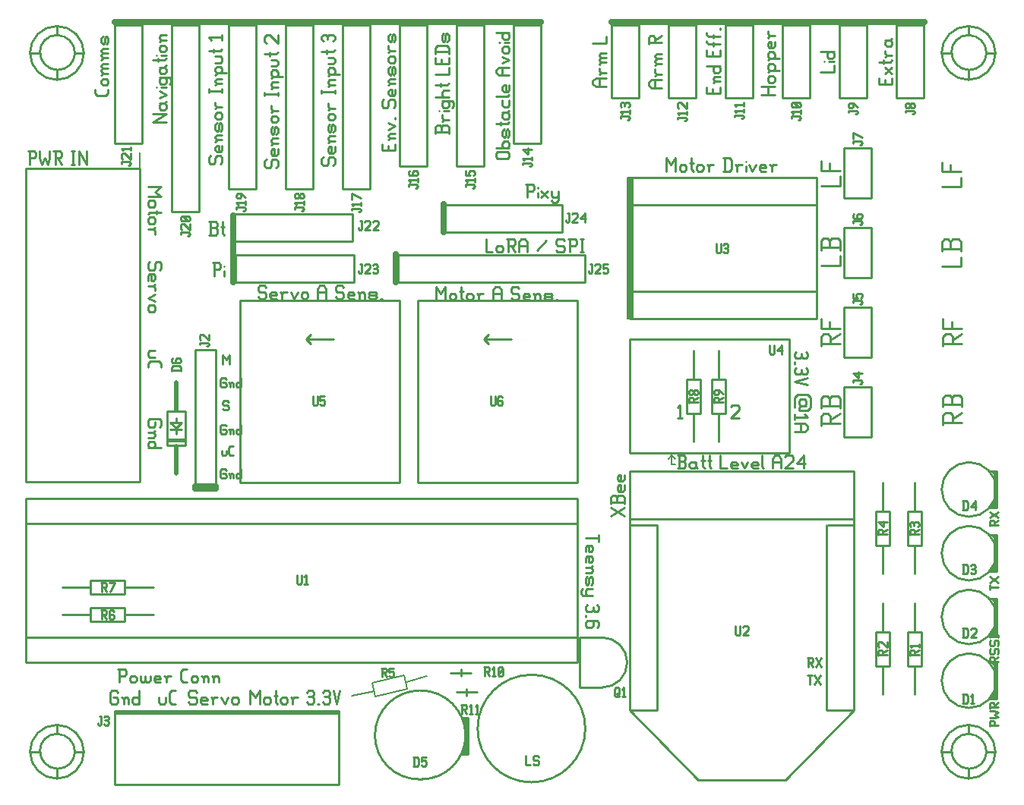
<source format=gbr>
G04 start of page 8 for group -4079 idx -4079 *
G04 Title: (unknown), topsilk *
G04 Creator: pcb 20140316 *
G04 CreationDate: Thu Dec 21 20:14:05 2017 UTC *
G04 For: frankenteddy *
G04 Format: Gerber/RS-274X *
G04 PCB-Dimensions (mil): 6000.00 5000.00 *
G04 PCB-Coordinate-Origin: lower left *
%MOIN*%
%FSLAX25Y25*%
%LNTOPSILK*%
%ADD88C,0.0200*%
%ADD87C,0.0100*%
%ADD86C,0.0250*%
%ADD85C,0.0080*%
G54D85*X255100Y176900D02*X269100Y180400D01*
X270000Y177500D02*X279053Y180053D01*
X269100Y180400D02*X270500Y174500D01*
X386500Y277000D02*X388000Y275500D01*
X386500Y277000D02*X385000Y275500D01*
X386500Y277000D02*Y273000D01*
X388000D01*
X255100Y176900D02*X256603Y170897D01*
G54D86*X360000Y467500D02*X497500D01*
G54D85*X367500Y399000D02*Y337000D01*
X367000Y399000D02*Y337000D01*
X368000D01*
X367000Y399000D02*X368000D01*
G54D86*X142000Y467500D02*X329000D01*
X286500Y387500D02*Y375000D01*
G54D85*X153000Y403000D02*Y410000D01*
G54D86*X177500Y263500D02*X186500D01*
X177500Y262500D02*X186500D01*
X194000Y382500D02*Y353000D01*
X265500Y365500D02*Y353000D01*
G54D85*X256603Y170897D02*X270500Y174500D01*
X246000Y171500D02*X256053Y173553D01*
G54D87*X525990Y158495D02*X529950D01*
X525990Y159980D02*Y158000D01*
Y159980D02*X526485Y160475D01*
X527475D01*
X527970Y159980D02*X527475Y160475D01*
X527970Y159980D02*Y158495D01*
X525990Y161663D02*X527970D01*
X529950Y162158D01*
X527970Y163148D01*
X529950Y164138D01*
X527970Y164633D01*
X525990D02*X527970D01*
X525990Y167801D02*Y165821D01*
Y167801D02*X526485Y168296D01*
X527475D01*
X527970Y167801D02*X527475Y168296D01*
X527970Y167801D02*Y166316D01*
X525990D02*X529950D01*
X527970Y167108D02*X529950Y168296D01*
X525990Y187980D02*Y186000D01*
Y187980D02*X526485Y188475D01*
X527475D01*
X527970Y187980D02*X527475Y188475D01*
X527970Y187980D02*Y186495D01*
X525990D02*X529950D01*
X527970Y187287D02*X529950Y188475D01*
X525990Y191643D02*X526485Y192138D01*
X525990Y191643D02*Y190158D01*
X526485Y189663D02*X525990Y190158D01*
X526485Y189663D02*X527475D01*
X527970Y190158D01*
Y191643D02*Y190158D01*
Y191643D02*X528465Y192138D01*
X529455D01*
X529950Y191643D02*X529455Y192138D01*
X529950Y191643D02*Y190158D01*
X529455Y189663D02*X529950Y190158D01*
X525990Y195306D02*X526485Y195801D01*
X525990Y195306D02*Y193821D01*
X526485Y193326D02*X525990Y193821D01*
X526485Y193326D02*X527475D01*
X527970Y193821D01*
Y195306D02*Y193821D01*
Y195306D02*X528465Y195801D01*
X529455D01*
X529950Y195306D02*X529455Y195801D01*
X529950Y195306D02*Y193821D01*
X529455Y193326D02*X529950Y193821D01*
X525990Y197979D02*Y196989D01*
Y197484D02*X529950D01*
Y197979D02*Y196989D01*
X525990Y219980D02*Y218000D01*
Y218990D02*X529950D01*
Y221168D02*X525990Y223643D01*
Y221168D02*X529950Y223643D01*
X525990Y247980D02*Y246000D01*
Y247980D02*X526485Y248475D01*
X527475D01*
X527970Y247980D02*X527475Y248475D01*
X527970Y247980D02*Y246495D01*
X525990D02*X529950D01*
X527970Y247287D02*X529950Y248475D01*
Y249663D02*X525990Y252138D01*
Y249663D02*X529950Y252138D01*
X353360Y439000D02*X357650D01*
X353360D02*X351930Y440001D01*
Y441574D02*Y440001D01*
Y441574D02*X353360Y442575D01*
X357650D01*
X354790D02*Y439000D01*
X355505Y445006D02*X357650D01*
X355505D02*X354790Y445721D01*
Y447151D02*Y445721D01*
Y444291D02*X355505Y445006D01*
Y449582D02*X357650D01*
X355505D02*X354790Y450297D01*
Y451012D02*Y450297D01*
Y451012D02*X355505Y451727D01*
X357650D01*
X355505D02*X354790Y452442D01*
Y453157D02*Y452442D01*
Y453157D02*X355505Y453872D01*
X357650D01*
X354790Y448867D02*X355505Y449582D01*
X351930Y458162D02*X357650D01*
Y461022D02*Y458162D01*
X377860Y438500D02*X382150D01*
X377860D02*X376430Y439501D01*
Y441074D02*Y439501D01*
Y441074D02*X377860Y442075D01*
X382150D01*
X379290D02*Y438500D01*
X380005Y444506D02*X382150D01*
X380005D02*X379290Y445221D01*
Y446651D02*Y445221D01*
Y443791D02*X380005Y444506D01*
Y449082D02*X382150D01*
X380005D02*X379290Y449797D01*
Y450512D02*Y449797D01*
Y450512D02*X380005Y451227D01*
X382150D01*
X380005D02*X379290Y451942D01*
Y452657D02*Y451942D01*
Y452657D02*X380005Y453372D01*
X382150D01*
X379290Y448367D02*X380005Y449082D01*
X376430Y460522D02*Y457662D01*
Y460522D02*X377145Y461237D01*
X378575D01*
X379290Y460522D02*X378575Y461237D01*
X379290Y460522D02*Y458377D01*
X376430D02*X382150D01*
X379290Y459521D02*X382150Y461237D01*
X404504Y438145D02*Y436000D01*
X407650Y438860D02*Y436000D01*
X401930D02*X407650D01*
X401930Y438860D02*Y436000D01*
X405505Y441291D02*X407650D01*
X405505D02*X404790Y442006D01*
Y442721D02*Y442006D01*
Y442721D02*X405505Y443436D01*
X407650D01*
X404790Y440576D02*X405505Y441291D01*
X401930Y448012D02*X407650D01*
Y447297D02*X406935Y448012D01*
X407650Y447297D02*Y445867D01*
X406935Y445152D02*X407650Y445867D01*
X405505Y445152D02*X406935D01*
X405505D02*X404790Y445867D01*
Y447297D02*Y445867D01*
Y447297D02*X405505Y448012D01*
X404504Y454447D02*Y452302D01*
X407650Y455162D02*Y452302D01*
X401930D02*X407650D01*
X401930Y455162D02*Y452302D01*
X402645Y457593D02*X407650D01*
X402645D02*X401930Y458308D01*
Y459023D02*Y458308D01*
X404790D02*Y456878D01*
X402645Y461168D02*X407650D01*
X402645D02*X401930Y461883D01*
Y462598D02*Y461883D01*
X404790D02*Y460453D01*
X407650Y464743D02*Y464028D01*
X425930Y435500D02*X431650D01*
X425930Y439075D02*X431650D01*
X428790D02*Y435500D01*
X429505Y440791D02*X430935D01*
X429505D02*X428790Y441506D01*
Y442936D02*Y441506D01*
Y442936D02*X429505Y443651D01*
X430935D01*
X431650Y442936D02*X430935Y443651D01*
X431650Y442936D02*Y441506D01*
X430935Y440791D02*X431650Y441506D01*
X429505Y446082D02*X433795D01*
X428790Y445367D02*X429505Y446082D01*
X428790Y446797D01*
Y448227D02*Y446797D01*
Y448227D02*X429505Y448942D01*
X430935D01*
X431650Y448227D02*X430935Y448942D01*
X431650Y448227D02*Y446797D01*
X430935Y446082D02*X431650Y446797D01*
X429505Y451373D02*X433795D01*
X428790Y450658D02*X429505Y451373D01*
X428790Y452088D01*
Y453518D02*Y452088D01*
Y453518D02*X429505Y454233D01*
X430935D01*
X431650Y453518D02*X430935Y454233D01*
X431650Y453518D02*Y452088D01*
X430935Y451373D02*X431650Y452088D01*
Y458809D02*Y456664D01*
X430935Y455949D02*X431650Y456664D01*
X429505Y455949D02*X430935D01*
X429505D02*X428790Y456664D01*
Y458094D02*Y456664D01*
Y458094D02*X429505Y458809D01*
X430220D02*Y455949D01*
X429505Y458809D02*X430220D01*
X429505Y461240D02*X431650D01*
X429505D02*X428790Y461955D01*
Y463385D02*Y461955D01*
Y460525D02*X429505Y461240D01*
X451930Y445500D02*X457650D01*
Y448360D02*Y445500D01*
X453360Y450076D02*X453503D01*
X455505D02*X457650D01*
X451930Y454366D02*X457650D01*
Y453651D02*X456935Y454366D01*
X457650Y453651D02*Y452221D01*
X456935Y451506D02*X457650Y452221D01*
X455505Y451506D02*X456935D01*
X455505D02*X454790Y452221D01*
Y453651D02*Y452221D01*
Y453651D02*X455505Y454366D01*
X480004Y442145D02*Y440000D01*
X483150Y442860D02*Y440000D01*
X477430D02*X483150D01*
X477430Y442860D02*Y440000D01*
X480290Y444576D02*X483150Y447436D01*
Y444576D02*X480290Y447436D01*
X477430Y449867D02*X482435D01*
X483150Y450582D01*
X479575D02*Y449152D01*
X481005Y452727D02*X483150D01*
X481005D02*X480290Y453442D01*
Y454872D02*Y453442D01*
Y452012D02*X481005Y452727D01*
X480290Y458733D02*X481005Y459448D01*
X480290Y458733D02*Y457303D01*
X481005Y456588D02*X480290Y457303D01*
X481005Y456588D02*X482435D01*
X483150Y457303D01*
X480290Y459448D02*X482435D01*
X483150Y460163D01*
Y458733D02*Y457303D01*
Y458733D02*X482435Y459448D01*
X505090Y360000D02*X513450D01*
Y364180D02*Y360000D01*
Y370868D02*Y366688D01*
Y370868D02*X512405Y371913D01*
X509897D02*X512405D01*
X508852Y370868D02*X509897Y371913D01*
X508852Y370868D02*Y367733D01*
X505090D02*X513450D01*
X505090Y370868D02*Y366688D01*
Y370868D02*X506135Y371913D01*
X507807D01*
X508852Y370868D02*X507807Y371913D01*
X505590Y329180D02*Y325000D01*
Y329180D02*X506635Y330225D01*
X508725D01*
X509770Y329180D02*X508725Y330225D01*
X509770Y329180D02*Y326045D01*
X505590D02*X513950D01*
X509770Y327717D02*X513950Y330225D01*
X505590Y332733D02*X513950D01*
X505590Y336913D02*Y332733D01*
X509352Y335868D02*Y332733D01*
X505590Y294680D02*Y290500D01*
Y294680D02*X506635Y295725D01*
X508725D01*
X509770Y294680D02*X508725Y295725D01*
X509770Y294680D02*Y291545D01*
X505590D02*X513950D01*
X509770Y293217D02*X513950Y295725D01*
Y302413D02*Y298233D01*
Y302413D02*X512905Y303458D01*
X510397D02*X512905D01*
X509352Y302413D02*X510397Y303458D01*
X509352Y302413D02*Y299278D01*
X505590D02*X513950D01*
X505590Y302413D02*Y298233D01*
Y302413D02*X506635Y303458D01*
X508307D01*
X509352Y302413D02*X508307Y303458D01*
X384000Y407570D02*Y401850D01*
Y407570D02*X386145Y404710D01*
X388290Y407570D01*
Y401850D01*
X390006Y403995D02*Y402565D01*
Y403995D02*X390721Y404710D01*
X392151D01*
X392866Y403995D01*
Y402565D01*
X392151Y401850D02*X392866Y402565D01*
X390721Y401850D02*X392151D01*
X390006Y402565D02*X390721Y401850D01*
X395297Y407570D02*Y402565D01*
X396012Y401850D01*
X394582Y405425D02*X396012D01*
X397442Y403995D02*Y402565D01*
Y403995D02*X398157Y404710D01*
X399587D01*
X400302Y403995D01*
Y402565D01*
X399587Y401850D02*X400302Y402565D01*
X398157Y401850D02*X399587D01*
X397442Y402565D02*X398157Y401850D01*
X402733Y403995D02*Y401850D01*
Y403995D02*X403448Y404710D01*
X404878D01*
X402018D02*X402733Y403995D01*
X409883Y407570D02*Y401850D01*
X411742Y407570D02*X412743Y406569D01*
Y402851D01*
X411742Y401850D02*X412743Y402851D01*
X409168Y401850D02*X411742D01*
X409168Y407570D02*X411742D01*
X415174Y403995D02*Y401850D01*
Y403995D02*X415889Y404710D01*
X417319D01*
X414459D02*X415174Y403995D01*
X419035Y406140D02*Y405997D01*
Y403995D02*Y401850D01*
X420465Y404710D02*X421895Y401850D01*
X423325Y404710D02*X421895Y401850D01*
X425756D02*X427901D01*
X425041Y402565D02*X425756Y401850D01*
X425041Y403995D02*Y402565D01*
Y403995D02*X425756Y404710D01*
X427186D01*
X427901Y403995D01*
X425041Y403280D02*X427901D01*
Y403995D02*Y403280D01*
X430332Y403995D02*Y401850D01*
Y403995D02*X431047Y404710D01*
X432477D01*
X429617D02*X430332Y403995D01*
X505090Y395000D02*X513450D01*
Y399180D02*Y395000D01*
X505090Y401688D02*X513450D01*
X505090Y405868D02*Y401688D01*
X508852Y404823D02*Y401688D01*
X452090Y395500D02*X460450D01*
Y399680D02*Y395500D01*
X452090Y402188D02*X460450D01*
X452090Y406368D02*Y402188D01*
X455852Y405323D02*Y402188D01*
X446000Y188010D02*X447980D01*
X448475Y187515D01*
Y186525D01*
X447980Y186030D02*X448475Y186525D01*
X446495Y186030D02*X447980D01*
X446495Y188010D02*Y184050D01*
X447287Y186030D02*X448475Y184050D01*
X449663D02*X452138Y188010D01*
X449663D02*X452138Y184050D01*
X446000Y180510D02*X447980D01*
X446990D02*Y176550D01*
X449168D02*X451643Y180510D01*
X449168D02*X451643Y176550D01*
X452090Y294180D02*Y290000D01*
Y294180D02*X453135Y295225D01*
X455225D01*
X456270Y294180D02*X455225Y295225D01*
X456270Y294180D02*Y291045D01*
X452090D02*X460450D01*
X456270Y292717D02*X460450Y295225D01*
Y301913D02*Y297733D01*
Y301913D02*X459405Y302958D01*
X456897D02*X459405D01*
X455852Y301913D02*X456897Y302958D01*
X455852Y301913D02*Y298778D01*
X452090D02*X460450D01*
X452090Y301913D02*Y297733D01*
Y301913D02*X453135Y302958D01*
X454807D01*
X455852Y301913D02*X454807Y302958D01*
X452090Y360500D02*X460450D01*
Y364680D02*Y360500D01*
Y371368D02*Y367188D01*
Y371368D02*X459405Y372413D01*
X456897D02*X459405D01*
X455852Y371368D02*X456897Y372413D01*
X455852Y371368D02*Y368233D01*
X452090D02*X460450D01*
X452090Y371368D02*Y367188D01*
Y371368D02*X453135Y372413D01*
X454807D01*
X455852Y371368D02*X454807Y372413D01*
X452090Y329180D02*Y325000D01*
Y329180D02*X453135Y330225D01*
X455225D01*
X456270Y329180D02*X455225Y330225D01*
X456270Y329180D02*Y326045D01*
X452090D02*X460450D01*
X456270Y327717D02*X460450Y330225D01*
X452090Y332733D02*X460450D01*
X452090Y336913D02*Y332733D01*
X455852Y335868D02*Y332733D01*
X445355Y322500D02*X446070Y321785D01*
Y320355D01*
X445355Y319640D01*
X440350Y320355D02*X441065Y319640D01*
X440350Y321785D02*Y320355D01*
X441065Y322500D02*X440350Y321785D01*
X443496D02*Y320355D01*
X444211Y319640D02*X445355D01*
X441065D02*X442781D01*
X443496Y320355D01*
X444211Y319640D02*X443496Y320355D01*
X440350Y317924D02*Y317209D01*
X445355Y315493D02*X446070Y314778D01*
Y313348D01*
X445355Y312633D01*
X440350Y313348D02*X441065Y312633D01*
X440350Y314778D02*Y313348D01*
X441065Y315493D02*X440350Y314778D01*
X443496D02*Y313348D01*
X444211Y312633D02*X445355D01*
X441065D02*X442781D01*
X443496Y313348D01*
X444211Y312633D02*X443496Y313348D01*
X446070Y310917D02*X440350Y309487D01*
X446070Y308057D01*
X441780Y303767D02*X446070D01*
X441780D02*X440350Y302337D01*
Y298047D01*
X442495Y296617D02*X446070D01*
X447500Y298047D01*
Y302337D02*Y298047D01*
Y302337D02*X446070Y303767D01*
X443210Y301622D02*X444640D01*
X443210D02*X442495Y300907D01*
Y299477D01*
X443210Y298762D01*
X442495Y298047D01*
X443210Y298762D02*X445355D01*
X444640D02*X445355Y299477D01*
Y300907D02*Y299477D01*
Y300907D02*X444640Y301622D01*
X442495Y298047D02*Y296617D01*
X444926Y294901D02*X446070Y293757D01*
X440350D02*X446070D01*
X440350Y294901D02*Y292756D01*
Y291040D02*X444640D01*
X446070Y290039D01*
Y288466D01*
X444640Y287465D01*
X440350D02*X444640D01*
X443210Y291040D02*Y287465D01*
X354570Y242000D02*Y239140D01*
X348850Y240570D02*X354570D01*
X348850Y236709D02*Y234564D01*
X349565Y237424D02*X348850Y236709D01*
X349565Y237424D02*X350995D01*
X351710Y236709D01*
Y235279D01*
X350995Y234564D01*
X350280Y237424D02*Y234564D01*
X350995D01*
X348850Y232133D02*Y229988D01*
X349565Y232848D02*X348850Y232133D01*
X349565Y232848D02*X350995D01*
X351710Y232133D01*
Y230703D01*
X350995Y229988D01*
X350280Y232848D02*Y229988D01*
X350995D01*
X348850Y227557D02*X350995D01*
X351710Y226842D01*
Y226127D01*
X350995Y225412D01*
X348850D02*X350995D01*
X351710Y228272D02*X350995Y227557D01*
X348850Y222981D02*Y220836D01*
X349565Y220121D01*
X350280Y220836D02*X349565Y220121D01*
X350280Y222981D02*Y220836D01*
X350995Y223696D02*X350280Y222981D01*
X350995Y223696D02*X351710Y222981D01*
Y220836D01*
X350995Y220121D01*
X349565Y223696D02*X348850Y222981D01*
X349565Y218405D02*X351710D01*
X349565D02*X348850Y217690D01*
X347420Y215545D02*X351710D01*
X346705Y216260D02*X347420Y215545D01*
X346705Y217690D02*Y216260D01*
X347420Y218405D02*X346705Y217690D01*
X348850D02*Y216260D01*
X349565Y215545D01*
X353855Y211255D02*X354570Y210540D01*
Y209110D01*
X353855Y208395D01*
X348850Y209110D02*X349565Y208395D01*
X348850Y210540D02*Y209110D01*
X349565Y211255D02*X348850Y210540D01*
X351996D02*Y209110D01*
X352711Y208395D02*X353855D01*
X349565D02*X351281D01*
X351996Y209110D01*
X352711Y208395D02*X351996Y209110D01*
X348850Y206679D02*Y205964D01*
X354570Y202103D02*X353855Y201388D01*
X354570Y203533D02*Y202103D01*
X353855Y204248D02*X354570Y203533D01*
X349565Y204248D02*X353855D01*
X349565D02*X348850Y203533D01*
X351996Y202103D02*X351281Y201388D01*
X351996Y204248D02*Y202103D01*
X348850Y203533D02*Y202103D01*
X349565Y201388D01*
X351281D01*
X365650Y250500D02*X359930Y254075D01*
Y250500D02*X365650Y254075D01*
Y258651D02*Y255791D01*
Y258651D02*X364935Y259366D01*
X363219D02*X364935D01*
X362504Y258651D02*X363219Y259366D01*
X362504Y258651D02*Y256506D01*
X359930D02*X365650D01*
X359930Y258651D02*Y255791D01*
Y258651D02*X360645Y259366D01*
X361789D01*
X362504Y258651D02*X361789Y259366D01*
X365650Y263942D02*Y261797D01*
X364935Y261082D02*X365650Y261797D01*
X363505Y261082D02*X364935D01*
X363505D02*X362790Y261797D01*
Y263227D02*Y261797D01*
Y263227D02*X363505Y263942D01*
X364220D02*Y261082D01*
X363505Y263942D02*X364220D01*
X365650Y268518D02*Y266373D01*
X364935Y265658D02*X365650Y266373D01*
X363505Y265658D02*X364935D01*
X363505D02*X362790Y266373D01*
Y267803D02*Y266373D01*
Y267803D02*X363505Y268518D01*
X364220D02*Y265658D01*
X363505Y268518D02*X364220D01*
X389000Y271227D02*X391860D01*
X392575Y271942D01*
Y273658D02*Y271942D01*
X391860Y274373D02*X392575Y273658D01*
X389715Y274373D02*X391860D01*
X389715Y276947D02*Y271227D01*
X389000Y276947D02*X391860D01*
X392575Y276232D01*
Y275088D01*
X391860Y274373D02*X392575Y275088D01*
X396436Y274087D02*X397151Y273372D01*
X395006Y274087D02*X396436D01*
X394291Y273372D02*X395006Y274087D01*
X394291Y273372D02*Y271942D01*
X395006Y271227D01*
X397151Y274087D02*Y271942D01*
X397866Y271227D01*
X395006D02*X396436D01*
X397151Y271942D01*
X400297Y276947D02*Y271942D01*
X401012Y271227D01*
X399582Y274802D02*X401012D01*
X403157Y276947D02*Y271942D01*
X403872Y271227D01*
X402442Y274802D02*X403872D01*
X407876Y276947D02*Y271227D01*
X410736D01*
X413167D02*X415312D01*
X412452Y271942D02*X413167Y271227D01*
X412452Y273372D02*Y271942D01*
Y273372D02*X413167Y274087D01*
X414597D01*
X415312Y273372D01*
X412452Y272657D02*X415312D01*
Y273372D02*Y272657D01*
X417028Y274087D02*X418458Y271227D01*
X419888Y274087D02*X418458Y271227D01*
X422319D02*X424464D01*
X421604Y271942D02*X422319Y271227D01*
X421604Y273372D02*Y271942D01*
Y273372D02*X422319Y274087D01*
X423749D01*
X424464Y273372D01*
X421604Y272657D02*X424464D01*
Y273372D02*Y272657D01*
X426180Y276947D02*Y271942D01*
X426895Y271227D01*
X430899Y275517D02*Y271227D01*
Y275517D02*X431900Y276947D01*
X433473D01*
X434474Y275517D01*
Y271227D01*
X430899Y274087D02*X434474D01*
X436190Y276232D02*X436905Y276947D01*
X439050D01*
X439765Y276232D01*
Y274802D01*
X436190Y271227D02*X439765Y274802D01*
X436190Y271227D02*X439765D01*
X441481Y273372D02*X444341Y276947D01*
X441481Y273372D02*X445056D01*
X444341Y276947D02*Y271227D01*
X389000Y297926D02*X390144Y299070D01*
Y293350D01*
X389000D02*X391145D01*
X412500Y298355D02*X413215Y299070D01*
X415360D01*
X416075Y298355D01*
Y296925D01*
X412500Y293350D02*X416075Y296925D01*
X412500Y293350D02*X416075D01*
X156850Y395000D02*X162570D01*
X159710Y392855D01*
X162570Y390710D01*
X156850D02*X162570D01*
X157565Y388994D02*X158995D01*
X159710Y388279D01*
Y386849D01*
X158995Y386134D01*
X157565D02*X158995D01*
X156850Y386849D02*X157565Y386134D01*
X156850Y388279D02*Y386849D01*
X157565Y388994D02*X156850Y388279D01*
X157565Y383703D02*X162570D01*
X157565D02*X156850Y382988D01*
X160425Y384418D02*Y382988D01*
X157565Y381558D02*X158995D01*
X159710Y380843D01*
Y379413D01*
X158995Y378698D01*
X157565D02*X158995D01*
X156850Y379413D02*X157565Y378698D01*
X156850Y380843D02*Y379413D01*
X157565Y381558D02*X156850Y380843D01*
Y376267D02*X158995D01*
X159710Y375552D01*
Y374122D01*
Y376982D02*X158995Y376267D01*
X162570Y359140D02*X161855Y358425D01*
X162570Y361285D02*Y359140D01*
X161855Y362000D02*X162570Y361285D01*
X160425Y362000D02*X161855D01*
X160425D02*X159710Y361285D01*
Y359140D01*
X158995Y358425D01*
X157565D02*X158995D01*
X156850Y359140D02*X157565Y358425D01*
X156850Y361285D02*Y359140D01*
X157565Y362000D02*X156850Y361285D01*
Y355994D02*Y353849D01*
X157565Y356709D02*X156850Y355994D01*
X157565Y356709D02*X158995D01*
X159710Y355994D01*
Y354564D01*
X158995Y353849D01*
X158280Y356709D02*Y353849D01*
X158995D01*
X156850Y351418D02*X158995D01*
X159710Y350703D01*
Y349273D01*
Y352133D02*X158995Y351418D01*
X159710Y347557D02*X156850Y346127D01*
X159710Y344697D02*X156850Y346127D01*
X157565Y342981D02*X158995D01*
X159710Y342266D01*
Y340836D01*
X158995Y340121D01*
X157565D02*X158995D01*
X156850Y340836D02*X157565Y340121D01*
X156850Y342266D02*Y340836D01*
X157565Y342981D02*X156850Y342266D01*
X157565Y323000D02*X159710D01*
X157565D02*X156850Y322285D01*
Y320855D01*
X157565Y320140D01*
X159710D01*
X156850Y317423D02*Y315564D01*
X157851Y318424D02*X156850Y317423D01*
X157851Y318424D02*X161569D01*
X162570Y317423D01*
Y315564D01*
Y290140D02*X161855Y289425D01*
X162570Y292285D02*Y290140D01*
X161855Y293000D02*X162570Y292285D01*
X157565Y293000D02*X161855D01*
X157565D02*X156850Y292285D01*
Y290140D01*
X157565Y289425D01*
X158995D01*
X159710Y290140D02*X158995Y289425D01*
X159710Y291570D02*Y290140D01*
X156850Y286994D02*X158995D01*
X159710Y286279D01*
Y285564D01*
X158995Y284849D01*
X156850D02*X158995D01*
X159710Y287709D02*X158995Y286994D01*
X156850Y280273D02*X162570D01*
X156850Y280988D02*X157565Y280273D01*
X156850Y282418D02*Y280988D01*
X157565Y283133D02*X156850Y282418D01*
X157565Y283133D02*X158995D01*
X159710Y282418D01*
Y280988D01*
X158995Y280273D01*
X144215Y183070D02*Y177350D01*
X143500Y183070D02*X146360D01*
X147075Y182355D01*
Y180925D01*
X146360Y180210D02*X147075Y180925D01*
X144215Y180210D02*X146360D01*
X148791Y179495D02*Y178065D01*
Y179495D02*X149506Y180210D01*
X150936D01*
X151651Y179495D01*
Y178065D01*
X150936Y177350D02*X151651Y178065D01*
X149506Y177350D02*X150936D01*
X148791Y178065D02*X149506Y177350D01*
X153367Y180210D02*Y178065D01*
X154082Y177350D01*
X154797D01*
X155512Y178065D01*
Y180210D02*Y178065D01*
X156227Y177350D01*
X156942D01*
X157657Y178065D01*
Y180210D02*Y178065D01*
X160088Y177350D02*X162233D01*
X159373Y178065D02*X160088Y177350D01*
X159373Y179495D02*Y178065D01*
Y179495D02*X160088Y180210D01*
X161518D01*
X162233Y179495D01*
X159373Y178780D02*X162233D01*
Y179495D02*Y178780D01*
X164664Y179495D02*Y177350D01*
Y179495D02*X165379Y180210D01*
X166809D01*
X163949D02*X164664Y179495D01*
X172100Y177350D02*X173959D01*
X171099Y178351D02*X172100Y177350D01*
X171099Y182069D02*Y178351D01*
Y182069D02*X172100Y183070D01*
X173959D01*
X175675Y179495D02*Y178065D01*
Y179495D02*X176390Y180210D01*
X177820D01*
X178535Y179495D01*
Y178065D01*
X177820Y177350D02*X178535Y178065D01*
X176390Y177350D02*X177820D01*
X175675Y178065D02*X176390Y177350D01*
X180966Y179495D02*Y177350D01*
Y179495D02*X181681Y180210D01*
X182396D01*
X183111Y179495D01*
Y177350D01*
X180251Y180210D02*X180966Y179495D01*
X185542D02*Y177350D01*
Y179495D02*X186257Y180210D01*
X186972D01*
X187687Y179495D01*
Y177350D01*
X184827Y180210D02*X185542Y179495D01*
X142860Y173570D02*X143575Y172855D01*
X140715Y173570D02*X142860D01*
X140000Y172855D02*X140715Y173570D01*
X140000Y172855D02*Y168565D01*
X140715Y167850D01*
X142860D01*
X143575Y168565D01*
Y169995D02*Y168565D01*
X142860Y170710D02*X143575Y169995D01*
X141430Y170710D02*X142860D01*
X146006Y169995D02*Y167850D01*
Y169995D02*X146721Y170710D01*
X147436D01*
X148151Y169995D01*
Y167850D01*
X145291Y170710D02*X146006Y169995D01*
X152727Y173570D02*Y167850D01*
X152012D02*X152727Y168565D01*
X150582Y167850D02*X152012D01*
X149867Y168565D02*X150582Y167850D01*
X149867Y169995D02*Y168565D01*
Y169995D02*X150582Y170710D01*
X152012D01*
X152727Y169995D01*
X161500Y170710D02*Y168565D01*
X162215Y167850D01*
X163645D01*
X164360Y168565D01*
Y170710D02*Y168565D01*
X167077Y167850D02*X168936D01*
X166076Y168851D02*X167077Y167850D01*
X166076Y172569D02*Y168851D01*
Y172569D02*X167077Y173570D01*
X168936D01*
X177360D02*X178075Y172855D01*
X175215Y173570D02*X177360D01*
X174500Y172855D02*X175215Y173570D01*
X174500Y172855D02*Y171425D01*
X175215Y170710D01*
X177360D01*
X178075Y169995D01*
Y168565D01*
X177360Y167850D02*X178075Y168565D01*
X175215Y167850D02*X177360D01*
X174500Y168565D02*X175215Y167850D01*
X180506D02*X182651D01*
X179791Y168565D02*X180506Y167850D01*
X179791Y169995D02*Y168565D01*
Y169995D02*X180506Y170710D01*
X181936D01*
X182651Y169995D01*
X179791Y169280D02*X182651D01*
Y169995D02*Y169280D01*
X185082Y169995D02*Y167850D01*
Y169995D02*X185797Y170710D01*
X187227D01*
X184367D02*X185082Y169995D01*
X188943Y170710D02*X190373Y167850D01*
X191803Y170710D02*X190373Y167850D01*
X193519Y169995D02*Y168565D01*
Y169995D02*X194234Y170710D01*
X195664D01*
X196379Y169995D01*
Y168565D01*
X195664Y167850D02*X196379Y168565D01*
X194234Y167850D02*X195664D01*
X193519Y168565D02*X194234Y167850D01*
X189500Y321010D02*Y317050D01*
Y321010D02*X190985Y319030D01*
X192470Y321010D01*
Y317050D01*
X190480Y311010D02*X190975Y310515D01*
X188995Y311010D02*X190480D01*
X188500Y310515D02*X188995Y311010D01*
X188500Y310515D02*Y307545D01*
X188995Y307050D01*
X190480D01*
X190975Y307545D01*
Y308535D02*Y307545D01*
X190480Y309030D02*X190975Y308535D01*
X189490Y309030D02*X190480D01*
X192658Y308535D02*Y307050D01*
Y308535D02*X193153Y309030D01*
X193648D01*
X194143Y308535D01*
Y307050D01*
X192163Y309030D02*X192658Y308535D01*
X197311Y311010D02*Y307050D01*
X196816D02*X197311Y307545D01*
X195826Y307050D02*X196816D01*
X195331Y307545D02*X195826Y307050D01*
X195331Y308535D02*Y307545D01*
Y308535D02*X195826Y309030D01*
X196816D01*
X197311Y308535D01*
X191480Y301010D02*X191975Y300515D01*
X189995Y301010D02*X191480D01*
X189500Y300515D02*X189995Y301010D01*
X189500Y300515D02*Y299525D01*
X189995Y299030D01*
X191480D01*
X191975Y298535D01*
Y297545D01*
X191480Y297050D02*X191975Y297545D01*
X189995Y297050D02*X191480D01*
X189500Y297545D02*X189995Y297050D01*
X189000Y279030D02*Y277545D01*
X189495Y277050D01*
X190485D01*
X190980Y277545D01*
Y279030D02*Y277545D01*
X192861Y277050D02*X194148D01*
X192168Y277743D02*X192861Y277050D01*
X192168Y280317D02*Y277743D01*
Y280317D02*X192861Y281010D01*
X194148D01*
X190480Y271010D02*X190975Y270515D01*
X188995Y271010D02*X190480D01*
X188500Y270515D02*X188995Y271010D01*
X188500Y270515D02*Y267545D01*
X188995Y267050D01*
X190480D01*
X190975Y267545D01*
Y268535D02*Y267545D01*
X190480Y269030D02*X190975Y268535D01*
X189490Y269030D02*X190480D01*
X192658Y268535D02*Y267050D01*
Y268535D02*X193153Y269030D01*
X193648D01*
X194143Y268535D01*
Y267050D01*
X192163Y269030D02*X192658Y268535D01*
X197311Y271010D02*Y267050D01*
X196816D02*X197311Y267545D01*
X195826Y267050D02*X196816D01*
X195331Y267545D02*X195826Y267050D01*
X195331Y268535D02*Y267545D01*
Y268535D02*X195826Y269030D01*
X196816D01*
X197311Y268535D01*
X190480Y290510D02*X190975Y290015D01*
X188995Y290510D02*X190480D01*
X188500Y290015D02*X188995Y290510D01*
X188500Y290015D02*Y287045D01*
X188995Y286550D01*
X190480D01*
X190975Y287045D01*
Y288035D02*Y287045D01*
X190480Y288530D02*X190975Y288035D01*
X189490Y288530D02*X190480D01*
X192658Y288035D02*Y286550D01*
Y288035D02*X193153Y288530D01*
X193648D01*
X194143Y288035D01*
Y286550D01*
X192163Y288530D02*X192658Y288035D01*
X197311Y290510D02*Y286550D01*
X196816D02*X197311Y287045D01*
X195826Y286550D02*X196816D01*
X195331Y287045D02*X195826Y286550D01*
X195331Y288035D02*Y287045D01*
Y288035D02*X195826Y288530D01*
X196816D01*
X197311Y288035D01*
X259000Y183530D02*X260940D01*
X261425Y183045D01*
Y182075D01*
X260940Y181590D02*X261425Y182075D01*
X259485Y181590D02*X260940D01*
X259485Y183530D02*Y179650D01*
X260261Y181590D02*X261425Y179650D01*
X262589Y183530D02*X264529D01*
X262589D02*Y181590D01*
X263074Y182075D01*
X264044D01*
X264529Y181590D01*
Y180135D01*
X264044Y179650D02*X264529Y180135D01*
X263074Y179650D02*X264044D01*
X262589Y180135D02*X263074Y179650D01*
X226500Y172855D02*X227215Y173570D01*
X228645D01*
X229360Y172855D01*
X228645Y167850D02*X229360Y168565D01*
X227215Y167850D02*X228645D01*
X226500Y168565D02*X227215Y167850D01*
Y170996D02*X228645D01*
X229360Y172855D02*Y171711D01*
Y170281D02*Y168565D01*
Y170281D02*X228645Y170996D01*
X229360Y171711D02*X228645Y170996D01*
X231076Y167850D02*X231791D01*
X233507Y172855D02*X234222Y173570D01*
X235652D01*
X236367Y172855D01*
X235652Y167850D02*X236367Y168565D01*
X234222Y167850D02*X235652D01*
X233507Y168565D02*X234222Y167850D01*
Y170996D02*X235652D01*
X236367Y172855D02*Y171711D01*
Y170281D02*Y168565D01*
Y170281D02*X235652Y170996D01*
X236367Y171711D02*X235652Y170996D01*
X238083Y173570D02*X239513Y167850D01*
X240943Y173570D01*
X201500D02*Y167850D01*
Y173570D02*X203645Y170710D01*
X205790Y173570D01*
Y167850D01*
X207506Y169995D02*Y168565D01*
Y169995D02*X208221Y170710D01*
X209651D01*
X210366Y169995D01*
Y168565D01*
X209651Y167850D02*X210366Y168565D01*
X208221Y167850D02*X209651D01*
X207506Y168565D02*X208221Y167850D01*
X212797Y173570D02*Y168565D01*
X213512Y167850D01*
X212082Y171425D02*X213512D01*
X214942Y169995D02*Y168565D01*
Y169995D02*X215657Y170710D01*
X217087D01*
X217802Y169995D01*
Y168565D01*
X217087Y167850D02*X217802Y168565D01*
X215657Y167850D02*X217087D01*
X214942Y168565D02*X215657Y167850D01*
X220233Y169995D02*Y167850D01*
Y169995D02*X220948Y170710D01*
X222378D01*
X219518D02*X220233Y169995D01*
X185715Y361570D02*Y355850D01*
X185000Y361570D02*X187860D01*
X188575Y360855D01*
Y359425D01*
X187860Y358710D02*X188575Y359425D01*
X185715Y358710D02*X187860D01*
X190291Y360140D02*Y359997D01*
Y357995D02*Y355850D01*
X183500Y373850D02*X186360D01*
X187075Y374565D01*
Y376281D02*Y374565D01*
X186360Y376996D02*X187075Y376281D01*
X184215Y376996D02*X186360D01*
X184215Y379570D02*Y373850D01*
X183500Y379570D02*X186360D01*
X187075Y378855D01*
Y377711D01*
X186360Y376996D02*X187075Y377711D01*
X189506Y379570D02*Y374565D01*
X190221Y373850D01*
X188791Y377425D02*X190221D01*
X139150Y437860D02*Y436001D01*
X138149Y435000D02*X139150Y436001D01*
X134431Y435000D02*X138149D01*
X134431D02*X133430Y436001D01*
Y437860D02*Y436001D01*
X137005Y439576D02*X138435D01*
X137005D02*X136290Y440291D01*
Y441721D02*Y440291D01*
Y441721D02*X137005Y442436D01*
X138435D01*
X139150Y441721D02*X138435Y442436D01*
X139150Y441721D02*Y440291D01*
X138435Y439576D02*X139150Y440291D01*
X137005Y444867D02*X139150D01*
X137005D02*X136290Y445582D01*
Y446297D02*Y445582D01*
Y446297D02*X137005Y447012D01*
X139150D01*
X137005D02*X136290Y447727D01*
Y448442D02*Y447727D01*
Y448442D02*X137005Y449157D01*
X139150D01*
X136290Y444152D02*X137005Y444867D01*
Y451588D02*X139150D01*
X137005D02*X136290Y452303D01*
Y453018D02*Y452303D01*
Y453018D02*X137005Y453733D01*
X139150D01*
X137005D02*X136290Y454448D01*
Y455163D02*Y454448D01*
Y455163D02*X137005Y455878D01*
X139150D01*
X136290Y450873D02*X137005Y451588D01*
X139150Y460454D02*Y458309D01*
Y460454D02*X138435Y461169D01*
X137720Y460454D02*X138435Y461169D01*
X137720Y460454D02*Y458309D01*
X137005Y457594D02*X137720Y458309D01*
X137005Y457594D02*X136290Y458309D01*
Y460454D02*Y458309D01*
Y460454D02*X137005Y461169D01*
X138435Y457594D02*X139150Y458309D01*
X183430Y407860D02*X184145Y408575D01*
X183430Y407860D02*Y405715D01*
X184145Y405000D02*X183430Y405715D01*
X184145Y405000D02*X185575D01*
X186290Y405715D01*
Y407860D02*Y405715D01*
Y407860D02*X187005Y408575D01*
X188435D01*
X189150Y407860D02*X188435Y408575D01*
X189150Y407860D02*Y405715D01*
X188435Y405000D02*X189150Y405715D01*
Y413151D02*Y411006D01*
X188435Y410291D02*X189150Y411006D01*
X187005Y410291D02*X188435D01*
X187005D02*X186290Y411006D01*
Y412436D02*Y411006D01*
Y412436D02*X187005Y413151D01*
X187720D02*Y410291D01*
X187005Y413151D02*X187720D01*
X187005Y415582D02*X189150D01*
X187005D02*X186290Y416297D01*
Y417012D02*Y416297D01*
Y417012D02*X187005Y417727D01*
X189150D01*
X186290Y414867D02*X187005Y415582D01*
X189150Y422303D02*Y420158D01*
Y422303D02*X188435Y423018D01*
X187720Y422303D02*X188435Y423018D01*
X187720Y422303D02*Y420158D01*
X187005Y419443D02*X187720Y420158D01*
X187005Y419443D02*X186290Y420158D01*
Y422303D02*Y420158D01*
Y422303D02*X187005Y423018D01*
X188435Y419443D02*X189150Y420158D01*
X187005Y424734D02*X188435D01*
X187005D02*X186290Y425449D01*
Y426879D02*Y425449D01*
Y426879D02*X187005Y427594D01*
X188435D01*
X189150Y426879D02*X188435Y427594D01*
X189150Y426879D02*Y425449D01*
X188435Y424734D02*X189150Y425449D01*
X187005Y430025D02*X189150D01*
X187005D02*X186290Y430740D01*
Y432170D02*Y430740D01*
Y429310D02*X187005Y430025D01*
X183430Y437890D02*Y436460D01*
Y437175D02*X189150D01*
Y437890D02*Y436460D01*
X187005Y440321D02*X189150D01*
X187005D02*X186290Y441036D01*
Y441751D02*Y441036D01*
Y441751D02*X187005Y442466D01*
X189150D01*
X186290Y439606D02*X187005Y440321D01*
Y444897D02*X191295D01*
X186290Y444182D02*X187005Y444897D01*
X186290Y445612D01*
Y447042D02*Y445612D01*
Y447042D02*X187005Y447757D01*
X188435D01*
X189150Y447042D02*X188435Y447757D01*
X189150Y447042D02*Y445612D01*
X188435Y444897D02*X189150Y445612D01*
X186290Y449473D02*X188435D01*
X189150Y450188D01*
Y451618D02*Y450188D01*
Y451618D02*X188435Y452333D01*
X186290D02*X188435D01*
X183430Y454764D02*X188435D01*
X189150Y455479D01*
X185575D02*Y454049D01*
X184574Y459483D02*X183430Y460627D01*
X189150D01*
Y461628D02*Y459483D01*
X207930Y406360D02*X208645Y407075D01*
X207930Y406360D02*Y404215D01*
X208645Y403500D02*X207930Y404215D01*
X208645Y403500D02*X210075D01*
X210790Y404215D01*
Y406360D02*Y404215D01*
Y406360D02*X211505Y407075D01*
X212935D01*
X213650Y406360D02*X212935Y407075D01*
X213650Y406360D02*Y404215D01*
X212935Y403500D02*X213650Y404215D01*
Y411651D02*Y409506D01*
X212935Y408791D02*X213650Y409506D01*
X211505Y408791D02*X212935D01*
X211505D02*X210790Y409506D01*
Y410936D02*Y409506D01*
Y410936D02*X211505Y411651D01*
X212220D02*Y408791D01*
X211505Y411651D02*X212220D01*
X211505Y414082D02*X213650D01*
X211505D02*X210790Y414797D01*
Y415512D02*Y414797D01*
Y415512D02*X211505Y416227D01*
X213650D01*
X210790Y413367D02*X211505Y414082D01*
X213650Y420803D02*Y418658D01*
Y420803D02*X212935Y421518D01*
X212220Y420803D02*X212935Y421518D01*
X212220Y420803D02*Y418658D01*
X211505Y417943D02*X212220Y418658D01*
X211505Y417943D02*X210790Y418658D01*
Y420803D02*Y418658D01*
Y420803D02*X211505Y421518D01*
X212935Y417943D02*X213650Y418658D01*
X211505Y423234D02*X212935D01*
X211505D02*X210790Y423949D01*
Y425379D02*Y423949D01*
Y425379D02*X211505Y426094D01*
X212935D01*
X213650Y425379D02*X212935Y426094D01*
X213650Y425379D02*Y423949D01*
X212935Y423234D02*X213650Y423949D01*
X211505Y428525D02*X213650D01*
X211505D02*X210790Y429240D01*
Y430670D02*Y429240D01*
Y427810D02*X211505Y428525D01*
X207930Y436390D02*Y434960D01*
Y435675D02*X213650D01*
Y436390D02*Y434960D01*
X211505Y438821D02*X213650D01*
X211505D02*X210790Y439536D01*
Y440251D02*Y439536D01*
Y440251D02*X211505Y440966D01*
X213650D01*
X210790Y438106D02*X211505Y438821D01*
Y443397D02*X215795D01*
X210790Y442682D02*X211505Y443397D01*
X210790Y444112D01*
Y445542D02*Y444112D01*
Y445542D02*X211505Y446257D01*
X212935D01*
X213650Y445542D02*X212935Y446257D01*
X213650Y445542D02*Y444112D01*
X212935Y443397D02*X213650Y444112D01*
X210790Y447973D02*X212935D01*
X213650Y448688D01*
Y450118D02*Y448688D01*
Y450118D02*X212935Y450833D01*
X210790D02*X212935D01*
X207930Y453264D02*X212935D01*
X213650Y453979D01*
X210075D02*Y452549D01*
X208645Y457983D02*X207930Y458698D01*
Y460843D02*Y458698D01*
Y460843D02*X208645Y461558D01*
X210075D01*
X213650Y457983D02*X210075Y461558D01*
X213650D02*Y457983D01*
X232930Y407360D02*X233645Y408075D01*
X232930Y407360D02*Y405215D01*
X233645Y404500D02*X232930Y405215D01*
X233645Y404500D02*X235075D01*
X235790Y405215D01*
Y407360D02*Y405215D01*
Y407360D02*X236505Y408075D01*
X237935D01*
X238650Y407360D02*X237935Y408075D01*
X238650Y407360D02*Y405215D01*
X237935Y404500D02*X238650Y405215D01*
Y412651D02*Y410506D01*
X237935Y409791D02*X238650Y410506D01*
X236505Y409791D02*X237935D01*
X236505D02*X235790Y410506D01*
Y411936D02*Y410506D01*
Y411936D02*X236505Y412651D01*
X237220D02*Y409791D01*
X236505Y412651D02*X237220D01*
X236505Y415082D02*X238650D01*
X236505D02*X235790Y415797D01*
Y416512D02*Y415797D01*
Y416512D02*X236505Y417227D01*
X238650D01*
X235790Y414367D02*X236505Y415082D01*
X238650Y421803D02*Y419658D01*
Y421803D02*X237935Y422518D01*
X237220Y421803D02*X237935Y422518D01*
X237220Y421803D02*Y419658D01*
X236505Y418943D02*X237220Y419658D01*
X236505Y418943D02*X235790Y419658D01*
Y421803D02*Y419658D01*
Y421803D02*X236505Y422518D01*
X237935Y418943D02*X238650Y419658D01*
X236505Y424234D02*X237935D01*
X236505D02*X235790Y424949D01*
Y426379D02*Y424949D01*
Y426379D02*X236505Y427094D01*
X237935D01*
X238650Y426379D02*X237935Y427094D01*
X238650Y426379D02*Y424949D01*
X237935Y424234D02*X238650Y424949D01*
X236505Y429525D02*X238650D01*
X236505D02*X235790Y430240D01*
Y431670D02*Y430240D01*
Y428810D02*X236505Y429525D01*
X232930Y437390D02*Y435960D01*
Y436675D02*X238650D01*
Y437390D02*Y435960D01*
X236505Y439821D02*X238650D01*
X236505D02*X235790Y440536D01*
Y441251D02*Y440536D01*
Y441251D02*X236505Y441966D01*
X238650D01*
X235790Y439106D02*X236505Y439821D01*
Y444397D02*X240795D01*
X235790Y443682D02*X236505Y444397D01*
X235790Y445112D01*
Y446542D02*Y445112D01*
Y446542D02*X236505Y447257D01*
X237935D01*
X238650Y446542D02*X237935Y447257D01*
X238650Y446542D02*Y445112D01*
X237935Y444397D02*X238650Y445112D01*
X235790Y448973D02*X237935D01*
X238650Y449688D01*
Y451118D02*Y449688D01*
Y451118D02*X237935Y451833D01*
X235790D02*X237935D01*
X232930Y454264D02*X237935D01*
X238650Y454979D01*
X235075D02*Y453549D01*
X233645Y458983D02*X232930Y459698D01*
Y461128D02*Y459698D01*
Y461128D02*X233645Y461843D01*
X238650Y461128D02*X237935Y461843D01*
X238650Y461128D02*Y459698D01*
X237935Y458983D02*X238650Y459698D01*
X235504Y461128D02*Y459698D01*
X233645Y461843D02*X234789D01*
X236219D02*X237935D01*
X236219D02*X235504Y461128D01*
X234789Y461843D02*X235504Y461128D01*
X262004Y413145D02*Y411000D01*
X265150Y413860D02*Y411000D01*
X259430D02*X265150D01*
X259430Y413860D02*Y411000D01*
X263005Y416291D02*X265150D01*
X263005D02*X262290Y417006D01*
Y417721D02*Y417006D01*
Y417721D02*X263005Y418436D01*
X265150D01*
X262290Y415576D02*X263005Y416291D01*
X262290Y420152D02*X265150Y421582D01*
X262290Y423012D02*X265150Y421582D01*
Y425443D02*Y424728D01*
X259430Y432593D02*X260145Y433308D01*
X259430Y432593D02*Y430448D01*
X260145Y429733D02*X259430Y430448D01*
X260145Y429733D02*X261575D01*
X262290Y430448D01*
Y432593D02*Y430448D01*
Y432593D02*X263005Y433308D01*
X264435D01*
X265150Y432593D02*X264435Y433308D01*
X265150Y432593D02*Y430448D01*
X264435Y429733D02*X265150Y430448D01*
Y437884D02*Y435739D01*
X264435Y435024D02*X265150Y435739D01*
X263005Y435024D02*X264435D01*
X263005D02*X262290Y435739D01*
Y437169D02*Y435739D01*
Y437169D02*X263005Y437884D01*
X263720D02*Y435024D01*
X263005Y437884D02*X263720D01*
X263005Y440315D02*X265150D01*
X263005D02*X262290Y441030D01*
Y441745D02*Y441030D01*
Y441745D02*X263005Y442460D01*
X265150D01*
X262290Y439600D02*X263005Y440315D01*
X265150Y447036D02*Y444891D01*
Y447036D02*X264435Y447751D01*
X263720Y447036D02*X264435Y447751D01*
X263720Y447036D02*Y444891D01*
X263005Y444176D02*X263720Y444891D01*
X263005Y444176D02*X262290Y444891D01*
Y447036D02*Y444891D01*
Y447036D02*X263005Y447751D01*
X264435Y444176D02*X265150Y444891D01*
X263005Y449467D02*X264435D01*
X263005D02*X262290Y450182D01*
Y451612D02*Y450182D01*
Y451612D02*X263005Y452327D01*
X264435D01*
X265150Y451612D02*X264435Y452327D01*
X265150Y451612D02*Y450182D01*
X264435Y449467D02*X265150Y450182D01*
X263005Y454758D02*X265150D01*
X263005D02*X262290Y455473D01*
Y456903D02*Y455473D01*
Y454043D02*X263005Y454758D01*
X265150Y461479D02*Y459334D01*
Y461479D02*X264435Y462194D01*
X263720Y461479D02*X264435Y462194D01*
X263720Y461479D02*Y459334D01*
X263005Y458619D02*X263720Y459334D01*
X263005Y458619D02*X262290Y459334D01*
Y461479D02*Y459334D01*
Y461479D02*X263005Y462194D01*
X264435Y458619D02*X265150Y459334D01*
X288650Y421360D02*Y418500D01*
Y421360D02*X287935Y422075D01*
X286219D02*X287935D01*
X285504Y421360D02*X286219Y422075D01*
X285504Y421360D02*Y419215D01*
X282930D02*X288650D01*
X282930Y421360D02*Y418500D01*
Y421360D02*X283645Y422075D01*
X284789D01*
X285504Y421360D02*X284789Y422075D01*
X286505Y424506D02*X288650D01*
X286505D02*X285790Y425221D01*
Y426651D02*Y425221D01*
Y423791D02*X286505Y424506D01*
X284360Y428367D02*X284503D01*
X286505D02*X288650D01*
X285790Y431942D02*X286505Y432657D01*
X285790Y431942D02*Y430512D01*
X286505Y429797D02*X285790Y430512D01*
X286505Y429797D02*X287935D01*
X288650Y430512D01*
Y431942D02*Y430512D01*
Y431942D02*X287935Y432657D01*
X290080Y429797D02*X290795Y430512D01*
Y431942D02*Y430512D01*
Y431942D02*X290080Y432657D01*
X285790D02*X290080D01*
X282930Y434373D02*X288650D01*
X286505D02*X285790Y435088D01*
Y436518D02*Y435088D01*
Y436518D02*X286505Y437233D01*
X288650D01*
X282930Y439664D02*X287935D01*
X288650Y440379D01*
X285075D02*Y438949D01*
X282930Y444383D02*X288650D01*
Y447243D02*Y444383D01*
X285504Y451104D02*Y448959D01*
X288650Y451819D02*Y448959D01*
X282930D02*X288650D01*
X282930Y451819D02*Y448959D01*
Y454250D02*X288650D01*
X282930Y456109D02*X283931Y457110D01*
X287649D01*
X288650Y456109D02*X287649Y457110D01*
X288650Y456109D02*Y453535D01*
X282930Y456109D02*Y453535D01*
X288650Y461686D02*Y459541D01*
Y461686D02*X287935Y462401D01*
X287220Y461686D02*X287935Y462401D01*
X287220Y461686D02*Y459541D01*
X286505Y458826D02*X287220Y459541D01*
X286505Y458826D02*X285790Y459541D01*
Y461686D02*Y459541D01*
Y461686D02*X286505Y462401D01*
X287935Y458826D02*X288650Y459541D01*
X310145Y407500D02*X314435D01*
X310145D02*X309430Y408215D01*
Y409645D02*Y408215D01*
Y409645D02*X310145Y410360D01*
X314435D01*
X315150Y409645D02*X314435Y410360D01*
X315150Y409645D02*Y408215D01*
X314435Y407500D02*X315150Y408215D01*
X309430Y412076D02*X315150D01*
X314435D02*X315150Y412791D01*
Y414221D02*Y412791D01*
Y414221D02*X314435Y414936D01*
X313005D02*X314435D01*
X312290Y414221D02*X313005Y414936D01*
X312290Y414221D02*Y412791D01*
X313005Y412076D02*X312290Y412791D01*
X315150Y419512D02*Y417367D01*
Y419512D02*X314435Y420227D01*
X313720Y419512D02*X314435Y420227D01*
X313720Y419512D02*Y417367D01*
X313005Y416652D02*X313720Y417367D01*
X313005Y416652D02*X312290Y417367D01*
Y419512D02*Y417367D01*
Y419512D02*X313005Y420227D01*
X314435Y416652D02*X315150Y417367D01*
X309430Y422658D02*X314435D01*
X315150Y423373D01*
X311575D02*Y421943D01*
X312290Y426948D02*X313005Y427663D01*
X312290Y426948D02*Y425518D01*
X313005Y424803D02*X312290Y425518D01*
X313005Y424803D02*X314435D01*
X315150Y425518D01*
X312290Y427663D02*X314435D01*
X315150Y428378D01*
Y426948D02*Y425518D01*
Y426948D02*X314435Y427663D01*
X312290Y432954D02*Y430809D01*
X313005Y430094D02*X312290Y430809D01*
X313005Y430094D02*X314435D01*
X315150Y430809D01*
Y432954D02*Y430809D01*
X309430Y434670D02*X314435D01*
X315150Y435385D01*
Y439675D02*Y437530D01*
X314435Y436815D02*X315150Y437530D01*
X313005Y436815D02*X314435D01*
X313005D02*X312290Y437530D01*
Y438960D02*Y437530D01*
Y438960D02*X313005Y439675D01*
X313720D02*Y436815D01*
X313005Y439675D02*X313720D01*
X310860Y443965D02*X315150D01*
X310860D02*X309430Y444966D01*
Y446539D02*Y444966D01*
Y446539D02*X310860Y447540D01*
X315150D01*
X312290D02*Y443965D01*
Y449256D02*X315150Y450686D01*
X312290Y452116D02*X315150Y450686D01*
X313005Y453832D02*X314435D01*
X313005D02*X312290Y454547D01*
Y455977D02*Y454547D01*
Y455977D02*X313005Y456692D01*
X314435D01*
X315150Y455977D02*X314435Y456692D01*
X315150Y455977D02*Y454547D01*
X314435Y453832D02*X315150Y454547D01*
X310860Y458408D02*X311003D01*
X313005D02*X315150D01*
X309430Y462698D02*X315150D01*
Y461983D02*X314435Y462698D01*
X315150Y461983D02*Y460553D01*
X314435Y459838D02*X315150Y460553D01*
X313005Y459838D02*X314435D01*
X313005D02*X312290Y460553D01*
Y461983D02*Y460553D01*
Y461983D02*X313005Y462698D01*
X158930Y423500D02*X164650D01*
X158930D02*X164650Y427075D01*
X158930D02*X164650D01*
X161790Y430936D02*X162505Y431651D01*
X161790Y430936D02*Y429506D01*
X162505Y428791D02*X161790Y429506D01*
X162505Y428791D02*X163935D01*
X164650Y429506D01*
X161790Y431651D02*X163935D01*
X164650Y432366D01*
Y430936D02*Y429506D01*
Y430936D02*X163935Y431651D01*
X161790Y434082D02*X164650Y435512D01*
X161790Y436942D02*X164650Y435512D01*
X160360Y438658D02*X160503D01*
X162505D02*X164650D01*
X161790Y442233D02*X162505Y442948D01*
X161790Y442233D02*Y440803D01*
X162505Y440088D02*X161790Y440803D01*
X162505Y440088D02*X163935D01*
X164650Y440803D01*
Y442233D02*Y440803D01*
Y442233D02*X163935Y442948D01*
X166080Y440088D02*X166795Y440803D01*
Y442233D02*Y440803D01*
Y442233D02*X166080Y442948D01*
X161790D02*X166080D01*
X161790Y446809D02*X162505Y447524D01*
X161790Y446809D02*Y445379D01*
X162505Y444664D02*X161790Y445379D01*
X162505Y444664D02*X163935D01*
X164650Y445379D01*
X161790Y447524D02*X163935D01*
X164650Y448239D01*
Y446809D02*Y445379D01*
Y446809D02*X163935Y447524D01*
X158930Y450670D02*X163935D01*
X164650Y451385D01*
X161075D02*Y449955D01*
X160360Y452815D02*X160503D01*
X162505D02*X164650D01*
X162505Y454245D02*X163935D01*
X162505D02*X161790Y454960D01*
Y456390D02*Y454960D01*
Y456390D02*X162505Y457105D01*
X163935D01*
X164650Y456390D02*X163935Y457105D01*
X164650Y456390D02*Y454960D01*
X163935Y454245D02*X164650Y454960D01*
X162505Y459536D02*X164650D01*
X162505D02*X161790Y460251D01*
Y460966D02*Y460251D01*
Y460966D02*X162505Y461681D01*
X164650D01*
X161790Y458821D02*X162505Y459536D01*
X283000Y351070D02*Y345350D01*
Y351070D02*X285145Y348210D01*
X287290Y351070D01*
Y345350D01*
X289006Y347495D02*Y346065D01*
Y347495D02*X289721Y348210D01*
X291151D01*
X291866Y347495D01*
Y346065D01*
X291151Y345350D02*X291866Y346065D01*
X289721Y345350D02*X291151D01*
X289006Y346065D02*X289721Y345350D01*
X294297Y351070D02*Y346065D01*
X295012Y345350D01*
X293582Y348925D02*X295012D01*
X296442Y347495D02*Y346065D01*
Y347495D02*X297157Y348210D01*
X298587D01*
X299302Y347495D01*
Y346065D01*
X298587Y345350D02*X299302Y346065D01*
X297157Y345350D02*X298587D01*
X296442Y346065D02*X297157Y345350D01*
X301733Y347495D02*Y345350D01*
Y347495D02*X302448Y348210D01*
X303878D01*
X301018D02*X301733Y347495D01*
X308168Y349640D02*Y345350D01*
Y349640D02*X309169Y351070D01*
X310742D01*
X311743Y349640D01*
Y345350D01*
X308168Y348210D02*X311743D01*
X318893Y351070D02*X319608Y350355D01*
X316748Y351070D02*X318893D01*
X316033Y350355D02*X316748Y351070D01*
X316033Y350355D02*Y348925D01*
X316748Y348210D01*
X318893D01*
X319608Y347495D01*
Y346065D01*
X318893Y345350D02*X319608Y346065D01*
X316748Y345350D02*X318893D01*
X316033Y346065D02*X316748Y345350D01*
X322039D02*X324184D01*
X321324Y346065D02*X322039Y345350D01*
X321324Y347495D02*Y346065D01*
Y347495D02*X322039Y348210D01*
X323469D01*
X324184Y347495D01*
X321324Y346780D02*X324184D01*
Y347495D02*Y346780D01*
X326615Y347495D02*Y345350D01*
Y347495D02*X327330Y348210D01*
X328045D01*
X328760Y347495D01*
Y345350D01*
X325900Y348210D02*X326615Y347495D01*
X331191Y345350D02*X333336D01*
X334051Y346065D01*
X333336Y346780D02*X334051Y346065D01*
X331191Y346780D02*X333336D01*
X330476Y347495D02*X331191Y346780D01*
X330476Y347495D02*X331191Y348210D01*
X333336D01*
X334051Y347495D01*
X330476Y346065D02*X331191Y345350D01*
X335767D02*X336482D01*
X207860Y351570D02*X208575Y350855D01*
X205715Y351570D02*X207860D01*
X205000Y350855D02*X205715Y351570D01*
X205000Y350855D02*Y349425D01*
X205715Y348710D01*
X207860D01*
X208575Y347995D01*
Y346565D01*
X207860Y345850D02*X208575Y346565D01*
X205715Y345850D02*X207860D01*
X205000Y346565D02*X205715Y345850D01*
X211006D02*X213151D01*
X210291Y346565D02*X211006Y345850D01*
X210291Y347995D02*Y346565D01*
Y347995D02*X211006Y348710D01*
X212436D01*
X213151Y347995D01*
X210291Y347280D02*X213151D01*
Y347995D02*Y347280D01*
X215582Y347995D02*Y345850D01*
Y347995D02*X216297Y348710D01*
X217727D01*
X214867D02*X215582Y347995D01*
X219443Y348710D02*X220873Y345850D01*
X222303Y348710D02*X220873Y345850D01*
X224019Y347995D02*Y346565D01*
Y347995D02*X224734Y348710D01*
X226164D01*
X226879Y347995D01*
Y346565D01*
X226164Y345850D02*X226879Y346565D01*
X224734Y345850D02*X226164D01*
X224019Y346565D02*X224734Y345850D01*
X231169Y350140D02*Y345850D01*
Y350140D02*X232170Y351570D01*
X233743D01*
X234744Y350140D01*
Y345850D01*
X231169Y348710D02*X234744D01*
X241894Y351570D02*X242609Y350855D01*
X239749Y351570D02*X241894D01*
X239034Y350855D02*X239749Y351570D01*
X239034Y350855D02*Y349425D01*
X239749Y348710D01*
X241894D01*
X242609Y347995D01*
Y346565D01*
X241894Y345850D02*X242609Y346565D01*
X239749Y345850D02*X241894D01*
X239034Y346565D02*X239749Y345850D01*
X245040D02*X247185D01*
X244325Y346565D02*X245040Y345850D01*
X244325Y347995D02*Y346565D01*
Y347995D02*X245040Y348710D01*
X246470D01*
X247185Y347995D01*
X244325Y347280D02*X247185D01*
Y347995D02*Y347280D01*
X249616Y347995D02*Y345850D01*
Y347995D02*X250331Y348710D01*
X251046D01*
X251761Y347995D01*
Y345850D01*
X248901Y348710D02*X249616Y347995D01*
X254192Y345850D02*X256337D01*
X257052Y346565D01*
X256337Y347280D02*X257052Y346565D01*
X254192Y347280D02*X256337D01*
X253477Y347995D02*X254192Y347280D01*
X253477Y347995D02*X254192Y348710D01*
X256337D01*
X257052Y347995D01*
X253477Y346565D02*X254192Y345850D01*
X258768D02*X259483D01*
X104715Y410570D02*Y404850D01*
X104000Y410570D02*X106860D01*
X107575Y409855D01*
Y408425D01*
X106860Y407710D02*X107575Y408425D01*
X104715Y407710D02*X106860D01*
X109291Y410570D02*Y407710D01*
X110006Y404850D01*
X111436Y407710D01*
X112866Y404850D01*
X113581Y407710D01*
Y410570D02*Y407710D01*
X115297Y410570D02*X118157D01*
X118872Y409855D01*
Y408425D01*
X118157Y407710D02*X118872Y408425D01*
X116012Y407710D02*X118157D01*
X116012Y410570D02*Y404850D01*
X117156Y407710D02*X118872Y404850D01*
X123162Y410570D02*X124592D01*
X123877D02*Y404850D01*
X123162D02*X124592D01*
X126308Y410570D02*Y404850D01*
Y410570D02*X129883Y404850D01*
Y410570D02*Y404850D01*
X305000Y372070D02*Y366350D01*
X307860D01*
X309576Y368495D02*Y367065D01*
Y368495D02*X310291Y369210D01*
X311721D01*
X312436Y368495D01*
Y367065D01*
X311721Y366350D02*X312436Y367065D01*
X310291Y366350D02*X311721D01*
X309576Y367065D02*X310291Y366350D01*
X314152Y372070D02*X317012D01*
X317727Y371355D01*
Y369925D01*
X317012Y369210D02*X317727Y369925D01*
X314867Y369210D02*X317012D01*
X314867Y372070D02*Y366350D01*
X316011Y369210D02*X317727Y366350D01*
X319443Y370640D02*Y366350D01*
Y370640D02*X320444Y372070D01*
X322017D01*
X323018Y370640D01*
Y366350D01*
X319443Y369210D02*X323018D01*
X327308Y367065D02*X331598Y371355D01*
X338748Y372070D02*X339463Y371355D01*
X336603Y372070D02*X338748D01*
X335888Y371355D02*X336603Y372070D01*
X335888Y371355D02*Y369925D01*
X336603Y369210D01*
X338748D01*
X339463Y368495D01*
Y367065D01*
X338748Y366350D02*X339463Y367065D01*
X336603Y366350D02*X338748D01*
X335888Y367065D02*X336603Y366350D01*
X341894Y372070D02*Y366350D01*
X341179Y372070D02*X344039D01*
X344754Y371355D01*
Y369925D01*
X344039Y369210D02*X344754Y369925D01*
X341894Y369210D02*X344039D01*
X346470Y372070D02*X347900D01*
X347185D02*Y366350D01*
X346470D02*X347900D01*
X323215Y396070D02*Y390350D01*
X322500Y396070D02*X325360D01*
X326075Y395355D01*
Y393925D01*
X325360Y393210D02*X326075Y393925D01*
X323215Y393210D02*X325360D01*
X327791Y394640D02*Y394497D01*
Y392495D02*Y390350D01*
X329221Y393210D02*X332081Y390350D01*
X329221D02*X332081Y393210D01*
X333797D02*Y391065D01*
X334512Y390350D01*
X336657Y393210D02*Y388920D01*
X335942Y388205D02*X336657Y388920D01*
X334512Y388205D02*X335942D01*
X333797Y388920D02*X334512Y388205D01*
Y390350D02*X335942D01*
X336657Y391065D01*
X368000Y387000D02*X450000D01*
Y399000D02*X368000D01*
Y349000D02*Y337000D01*
X450000D01*
Y349000D02*X368000D01*
X450000Y337000D02*Y349000D01*
X368000Y399000D02*Y387000D01*
Y349000D01*
X450000Y399000D02*Y349000D01*
X369000Y399000D02*Y337000D01*
X368000Y328000D02*X438000D01*
X368000D02*Y278000D01*
X438000Y328000D02*Y278000D01*
X368000D02*X438000D01*
X398958Y295486D02*X398972Y295472D01*
X392986Y295486D02*X398958D01*
X392972Y310472D02*X398972D01*
X392986Y295486D02*X392972Y295472D01*
Y310472D02*Y295472D01*
X398972Y310472D02*Y295472D01*
X395986Y310486D02*X395972Y310472D01*
X395986Y322986D02*Y310486D01*
Y295458D02*X395972Y295472D01*
X395986Y295458D02*Y282986D01*
X409958Y295486D02*X409972Y295472D01*
X403986Y295486D02*X409958D01*
X403972Y310472D02*X409972D01*
X403986Y295486D02*X403972Y295472D01*
Y310472D02*Y295472D01*
X409972Y310472D02*Y295472D01*
X406986Y310486D02*X406972Y310472D01*
X406986Y322986D02*Y310486D01*
Y295458D02*X406972Y295472D01*
X406986Y295458D02*Y282986D01*
X516780Y445921D02*Y442772D01*
X525047Y453795D02*X528591D01*
X516780Y462063D02*Y465606D01*
X509299Y453795D02*X505362D01*
X516780Y461669D02*G75*G03X509299Y454189I0J-7480D01*G01*
G75*G03X517173Y446315I7874J0D01*G01*
G75*G03X524654Y453795I0J7480D01*G01*
G75*G03X516780Y461669I-7874J0D01*G01*
Y465606D02*G75*G03X504969Y453795I0J-11811D01*G01*
X528591D02*G75*G03X516780Y465606I-11811J0D01*G01*
X504969Y453795D02*G75*G03X516780Y441984I11811J0D01*G01*
G75*G03X528591Y453795I0J11811D01*G01*
X474000Y412000D02*Y390000D01*
X462000D02*X474000D01*
X462000D02*Y412000D01*
X474000D02*X462000D01*
X485000Y434000D02*X497000D01*
Y466000D02*Y434000D01*
X485000Y466000D02*X497000D01*
X485000D02*Y434000D01*
X460000D02*X472000D01*
Y466000D02*Y434000D01*
X460000Y466000D02*X472000D01*
X460000D02*Y434000D01*
X474000Y377000D02*Y355000D01*
X462000D02*X474000D01*
X462000D02*Y377000D01*
X474000D02*X462000D01*
X474000Y342000D02*Y320000D01*
X462000D02*X474000D01*
X462000D02*Y342000D01*
X474000D02*X462000D01*
X474000Y307000D02*Y285000D01*
X462000D02*X474000D01*
X462000D02*Y307000D01*
X474000D02*X462000D01*
X435000Y434000D02*X447000D01*
Y466000D02*Y434000D01*
X435000Y466000D02*X447000D01*
X435000D02*Y434000D01*
X410000D02*X422000D01*
Y466000D02*Y434000D01*
X410000Y466000D02*X422000D01*
X410000D02*Y434000D01*
X385000D02*X397000D01*
Y466000D02*Y434000D01*
X385000Y466000D02*X397000D01*
X385000D02*Y434000D01*
X360000D02*X372000D01*
Y466000D02*Y434000D01*
X360000Y466000D02*X372000D01*
X360000D02*Y434000D01*
X325000Y180622D02*G75*G03X301378Y157000I0J-23622D01*G01*
G75*G03X325000Y133378I23622J0D01*G01*
G75*G03X348622Y157000I0J23622D01*G01*
G75*G03X325000Y180622I-23622J0D01*G01*
X275213Y134709D02*X277181D01*
X296173Y145606D02*Y161606D01*
X297173Y145606D02*Y161606D01*
Y145606D02*X294173D01*
X297173Y161787D02*X294591D01*
X294504Y161874D01*
X295291Y161787D02*Y160787D01*
X296173Y159906D01*
X295291Y145606D02*Y147606D01*
X296173Y148488D01*
X276000Y173685D02*G75*G03X256315Y154000I0J-19685D01*G01*
G75*G03X275606Y134709I19291J0D01*G01*
X296079Y154000D02*G75*G03X276394Y173685I-19685J0D01*G01*
X276787Y134709D02*G75*G03X296079Y154000I0J19291D01*G01*
X292000Y173000D02*X301000D01*
X296500Y174500D02*Y171500D01*
X103000Y258000D02*Y246000D01*
Y247000D02*X345000D01*
Y258000D02*X103000D01*
X345000Y246000D02*Y258000D01*
X103000Y246000D02*Y188000D01*
X345000Y246000D02*Y188000D01*
X103000Y198000D02*Y186000D01*
X345000D01*
Y197000D02*X103000D01*
X345000Y186000D02*Y198000D01*
X131500Y204028D02*X131486Y204014D01*
X131500Y210000D02*Y204028D01*
X146486Y210014D02*Y204014D01*
X131500Y210000D02*X131486Y210014D01*
X146486D01*
X131486Y204014D02*X146486D01*
X146500Y207000D02*X146486Y207014D01*
X146500Y207000D02*X159000D01*
X131472D02*X131486Y207014D01*
X119000Y207000D02*X131472D01*
X131514Y216014D02*X131500Y216000D01*
X131514Y221986D02*Y216014D01*
X146500Y222000D02*Y216000D01*
X131514Y221986D02*X131500Y222000D01*
X146500D01*
X131500Y216000D02*X146500D01*
X146514Y218986D02*X146500Y219000D01*
X146514Y218986D02*X159014D01*
X131486D02*X131500Y219000D01*
X119014Y218986D02*X131486D01*
X116780Y138921D02*Y135772D01*
X125047Y146795D02*X128591D01*
X116780Y155063D02*Y158606D01*
X109299Y146795D02*X105362D01*
X116780Y154669D02*G75*G03X109299Y147189I0J-7480D01*G01*
G75*G03X117173Y139315I7874J0D01*G01*
G75*G03X124654Y146795I0J7480D01*G01*
G75*G03X116780Y154669I-7874J0D01*G01*
Y158606D02*G75*G03X104969Y146795I0J-11811D01*G01*
X128591D02*G75*G03X116780Y158606I-11811J0D01*G01*
X104969Y146795D02*G75*G03X116780Y134984I11811J0D01*G01*
G75*G03X128591Y146795I0J11811D01*G01*
X141972Y164598D02*Y132315D01*
X240398Y164598D02*Y132315D01*
X141972Y164598D02*X240398D01*
X141972Y132315D02*X240398D01*
X141972Y163811D02*X240398D01*
X289500Y181500D02*X298500D01*
X294000Y183000D02*Y180000D01*
X346000Y175000D02*X356000D01*
X346000Y197000D02*X356000D01*
X346000D02*Y175000D01*
X367000Y186000D02*G75*G03X356000Y197000I-11000J0D01*G01*
Y175000D02*G75*G03X367000Y186000I0J11000D01*G01*
X368000Y247500D02*Y165000D01*
X380000D01*
Y246500D02*Y165000D01*
X454600Y246500D02*Y165000D01*
X466600D01*
X466500Y270000D01*
X368000D02*Y165000D01*
Y249000D02*X466600D01*
X368000Y246500D02*X380000D01*
X455000D02*X466500D01*
X368000Y270000D02*X466600D01*
X398000Y134500D02*X368000Y165000D01*
X436500Y134500D02*X466500Y165000D01*
X398000Y134500D02*X436600D01*
X528000Y170000D02*Y186000D01*
X529000Y170000D02*Y186000D01*
Y170000D02*X526000D01*
X529000Y186000D02*X526000D01*
X527000Y170000D02*Y171000D01*
X528000Y172000D01*
X527000Y186000D02*X528000Y185000D01*
X517000Y190000D02*G75*G03X505000Y178000I0J-12000D01*G01*
G75*G03X517000Y166000I12000J0D01*G01*
X529000Y178000D02*G75*G03X517000Y190000I-12000J0D01*G01*
Y166000D02*G75*G03X529000Y178000I0J12000D01*G01*
X516780Y138921D02*Y135772D01*
X525047Y146795D02*X528591D01*
X516780Y155063D02*Y158606D01*
X509299Y146795D02*X505362D01*
X516780Y154669D02*G75*G03X509299Y147189I0J-7480D01*G01*
G75*G03X517173Y139315I7874J0D01*G01*
G75*G03X524654Y146795I0J7480D01*G01*
G75*G03X516780Y154669I-7874J0D01*G01*
Y158606D02*G75*G03X504969Y146795I0J-11811D01*G01*
X528591D02*G75*G03X516780Y158606I-11811J0D01*G01*
X504969Y146795D02*G75*G03X516780Y134984I11811J0D01*G01*
G75*G03X528591Y146795I0J11811D01*G01*
X481958Y184486D02*X481972Y184472D01*
X475986Y184486D02*X481958D01*
X475972Y199472D02*X481972D01*
X475986Y184486D02*X475972Y184472D01*
Y199472D02*Y184472D01*
X481972Y199472D02*Y184472D01*
X478986Y199486D02*X478972Y199472D01*
X478986Y211986D02*Y199486D01*
Y184458D02*X478972Y184472D01*
X478986Y184458D02*Y171986D01*
X495958Y184486D02*X495972Y184472D01*
X489986Y184486D02*X495958D01*
X489972Y199472D02*X495972D01*
X489986Y184486D02*X489972Y184472D01*
Y199472D02*Y184472D01*
X495972Y199472D02*Y184472D01*
X492986Y199486D02*X492972Y199472D01*
X492986Y211986D02*Y199486D01*
Y184458D02*X492972Y184472D01*
X492986Y184458D02*Y171986D01*
X528000Y254000D02*Y270000D01*
X529000Y254000D02*Y270000D01*
Y254000D02*X526000D01*
X529000Y270000D02*X526000D01*
X527000Y254000D02*Y255000D01*
X528000Y256000D01*
X527000Y270000D02*X528000Y269000D01*
X517000Y274000D02*G75*G03X505000Y262000I0J-12000D01*G01*
G75*G03X517000Y250000I12000J0D01*G01*
X529000Y262000D02*G75*G03X517000Y274000I-12000J0D01*G01*
Y250000D02*G75*G03X529000Y262000I0J12000D01*G01*
X528000Y226000D02*Y242000D01*
X529000Y226000D02*Y242000D01*
Y226000D02*X526000D01*
X529000Y242000D02*X526000D01*
X527000Y226000D02*Y227000D01*
X528000Y228000D01*
X527000Y242000D02*X528000Y241000D01*
X517000Y246000D02*G75*G03X505000Y234000I0J-12000D01*G01*
G75*G03X517000Y222000I12000J0D01*G01*
X529000Y234000D02*G75*G03X517000Y246000I-12000J0D01*G01*
Y222000D02*G75*G03X529000Y234000I0J12000D01*G01*
X528000Y198000D02*Y214000D01*
X529000Y198000D02*Y214000D01*
Y198000D02*X526000D01*
X529000Y214000D02*X526000D01*
X527000Y198000D02*Y199000D01*
X528000Y200000D01*
X527000Y214000D02*X528000Y213000D01*
X517000Y218000D02*G75*G03X505000Y206000I0J-12000D01*G01*
G75*G03X517000Y194000I12000J0D01*G01*
X529000Y206000D02*G75*G03X517000Y218000I-12000J0D01*G01*
Y194000D02*G75*G03X529000Y206000I0J12000D01*G01*
X481972Y237472D02*X481986Y237458D01*
X476000Y237472D02*X481972D01*
X475986Y252458D02*X481986D01*
X476000Y237472D02*X475986Y237458D01*
Y252458D02*Y237458D01*
X481986Y252458D02*Y237458D01*
X479000Y252472D02*X478986Y252458D01*
X479000Y264972D02*Y252472D01*
Y237444D02*X478986Y237458D01*
X479000Y237444D02*Y224972D01*
X495972Y237500D02*X495986Y237486D01*
X490000Y237500D02*X495972D01*
X489986Y252486D02*X495986D01*
X490000Y237500D02*X489986Y237486D01*
Y252486D02*Y237486D01*
X495986Y252486D02*Y237486D01*
X493000Y252500D02*X492986Y252486D01*
X493000Y265000D02*Y252500D01*
Y237472D02*X492986Y237486D01*
X493000Y237472D02*Y225000D01*
X116780Y445921D02*Y442772D01*
X125047Y453795D02*X128591D01*
X116780Y462063D02*Y465606D01*
X109299Y453795D02*X105362D01*
X116780Y461669D02*G75*G03X109299Y454189I0J-7480D01*G01*
G75*G03X117173Y446315I7874J0D01*G01*
G75*G03X124654Y453795I0J7480D01*G01*
G75*G03X116780Y461669I-7874J0D01*G01*
Y465606D02*G75*G03X104969Y453795I0J-11811D01*G01*
X128591D02*G75*G03X116780Y465606I-11811J0D01*G01*
X104969Y453795D02*G75*G03X116780Y441984I11811J0D01*G01*
G75*G03X128591Y453795I0J11811D01*G01*
X167000Y384000D02*X179000D01*
Y466000D02*Y384000D01*
X167000Y466000D02*Y384000D01*
Y466000D02*X179000D01*
X192000Y394000D02*X204000D01*
Y466000D02*Y394000D01*
X192000Y466000D02*Y394000D01*
Y466000D02*X204000D01*
X217000Y394000D02*X229000D01*
Y466000D02*Y394000D01*
X217000Y466000D02*Y394000D01*
Y466000D02*X229000D01*
X242000Y394000D02*X254000D01*
Y466000D02*Y394000D01*
X242000Y466000D02*Y394000D01*
Y466000D02*X254000D01*
X142000Y414000D02*X154000D01*
Y466000D02*Y414000D01*
X142000Y466000D02*X154000D01*
X142000D02*Y414000D01*
X292000Y404000D02*X304000D01*
Y466000D02*Y404000D01*
X292000Y466000D02*Y404000D01*
Y466000D02*X304000D01*
X267000Y404000D02*X279000D01*
Y466000D02*Y404000D01*
X267000Y466000D02*Y404000D01*
Y466000D02*X279000D01*
X317000Y414000D02*X329000D01*
Y466000D02*Y414000D01*
X317000Y466000D02*X329000D01*
X317000D02*Y414000D01*
X266500Y365000D02*Y353000D01*
X348500D01*
X266500Y365000D02*X348500D01*
Y353000D01*
X286500Y387000D02*Y375000D01*
X338500D01*
Y387000D02*Y375000D01*
X286500Y387000D02*X338500D01*
X195000Y365000D02*Y353000D01*
X247000D01*
Y365000D02*Y353000D01*
X195000Y365000D02*X247000D01*
X194500Y383000D02*Y371000D01*
X246500D01*
Y383000D02*Y371000D01*
X194500Y383000D02*X246500D01*
X197000Y265000D02*Y345000D01*
X267000Y265000D02*Y345000D01*
X197000D02*X267000D01*
X197000Y265000D02*X267000D01*
X238000Y328000D02*X226000D01*
X228000Y330000D01*
X226000Y328000D02*X228000Y326000D01*
X275000Y265000D02*Y345000D01*
X345000Y265000D02*Y345000D01*
X275000D02*X345000D01*
X275000Y265000D02*X345000D01*
X316000Y328000D02*X304000D01*
X306000Y330000D01*
X304000Y328000D02*X306000Y326000D01*
X165000Y296500D02*Y281500D01*
Y296500D02*X173000D01*
Y281500D01*
X165000D02*X173000D01*
X166500Y291500D02*X171500D01*
X166500Y288500D02*X171500D01*
X169000Y289000D02*X171500Y291500D01*
X169000Y289000D02*X166500Y291500D01*
G54D88*X169000Y281000D02*Y269000D01*
Y309000D02*Y297000D01*
G54D87*Y288000D02*Y286500D01*
Y293500D02*Y292000D01*
X165000Y283500D02*X173000D01*
X165000Y284000D02*X172500D01*
X177500Y323500D02*X186500D01*
X177500Y264500D02*X186500D01*
Y323500D02*Y264500D01*
X177500Y323500D02*Y264500D01*
X103000Y403000D02*Y265500D01*
Y403000D02*X153000D01*
Y265500D02*Y403000D01*
X103000Y265500D02*X153000D01*
X406000Y370000D02*Y366500D01*
X406500Y366000D01*
X407500D01*
X408000Y366500D01*
Y370000D02*Y366500D01*
X409200Y369500D02*X409700Y370000D01*
X410700D01*
X411200Y369500D01*
X410700Y366000D02*X411200Y366500D01*
X409700Y366000D02*X410700D01*
X409200Y366500D02*X409700Y366000D01*
Y368200D02*X410700D01*
X411200Y369500D02*Y368700D01*
Y367700D02*Y366500D01*
Y367700D02*X410700Y368200D01*
X411200Y368700D02*X410700Y368200D01*
X429500Y325500D02*Y322000D01*
X430000Y321500D01*
X431000D01*
X431500Y322000D01*
Y325500D02*Y322000D01*
X432700Y323000D02*X434700Y325500D01*
X432700Y323000D02*X435200D01*
X434700Y325500D02*Y321500D01*
X466000Y345000D02*Y344200D01*
Y345000D02*X469500D01*
X470000Y344500D02*X469500Y345000D01*
X470000Y344500D02*Y344000D01*
X469500Y343500D02*X470000Y344000D01*
X469000Y343500D02*X469500D01*
X466000Y348200D02*Y346200D01*
X468000D01*
X467500Y346700D01*
Y347700D02*Y346700D01*
Y347700D02*X468000Y348200D01*
X469500D01*
X470000Y347700D02*X469500Y348200D01*
X470000Y347700D02*Y346700D01*
X469500Y346200D02*X470000Y346700D01*
X466000Y310000D02*Y309200D01*
Y310000D02*X469500D01*
X470000Y309500D02*X469500Y310000D01*
X470000Y309500D02*Y309000D01*
X469500Y308500D02*X470000Y309000D01*
X469000Y308500D02*X469500D01*
X468500Y311200D02*X466000Y313200D01*
X468500Y313700D02*Y311200D01*
X466000Y313200D02*X470000D01*
X514500Y257000D02*Y253000D01*
X515800Y257000D02*X516500Y256300D01*
Y253700D01*
X515800Y253000D02*X516500Y253700D01*
X514000Y253000D02*X515800D01*
X514000Y257000D02*X515800D01*
X517700Y254500D02*X519700Y257000D01*
X517700Y254500D02*X520200D01*
X519700Y257000D02*Y253000D01*
X476986Y243958D02*Y241958D01*
Y243958D02*X477486Y244458D01*
X478486D01*
X478986Y243958D02*X478486Y244458D01*
X478986Y243958D02*Y242458D01*
X476986D02*X480986D01*
X478986Y243258D02*X480986Y244458D01*
X479486Y245658D02*X476986Y247658D01*
X479486Y248158D02*Y245658D01*
X476986Y247658D02*X480986D01*
X490986Y243986D02*Y241986D01*
Y243986D02*X491486Y244486D01*
X492486D01*
X492986Y243986D02*X492486Y244486D01*
X492986Y243986D02*Y242486D01*
X490986D02*X494986D01*
X492986Y243286D02*X494986Y244486D01*
X491486Y245686D02*X490986Y246186D01*
Y247186D02*Y246186D01*
Y247186D02*X491486Y247686D01*
X494986Y247186D02*X494486Y247686D01*
X494986Y247186D02*Y246186D01*
X494486Y245686D02*X494986Y246186D01*
X492786Y247186D02*Y246186D01*
X491486Y247686D02*X492286D01*
X493286D02*X494486D01*
X493286D02*X492786Y247186D01*
X492286Y247686D02*X492786Y247186D01*
X404972Y301972D02*Y299972D01*
Y301972D02*X405472Y302472D01*
X406472D01*
X406972Y301972D02*X406472Y302472D01*
X406972Y301972D02*Y300472D01*
X404972D02*X408972D01*
X406972Y301272D02*X408972Y302472D01*
Y304172D02*X406972Y305672D01*
X405472D02*X406972D01*
X404972Y305172D02*X405472Y305672D01*
X404972Y305172D02*Y304172D01*
X405472Y303672D02*X404972Y304172D01*
X405472Y303672D02*X406472D01*
X406972Y304172D01*
Y305672D02*Y304172D01*
X414500Y202000D02*Y198500D01*
X415000Y198000D01*
X416000D01*
X416500Y198500D01*
Y202000D02*Y198500D01*
X417700Y201500D02*X418200Y202000D01*
X419700D01*
X420200Y201500D01*
Y200500D01*
X417700Y198000D02*X420200Y200500D01*
X417700Y198000D02*X420200D01*
X514500Y172000D02*Y168000D01*
X515800Y172000D02*X516500Y171300D01*
Y168700D01*
X515800Y168000D02*X516500Y168700D01*
X514000Y168000D02*X515800D01*
X514000Y172000D02*X515800D01*
X517700Y171200D02*X518500Y172000D01*
Y168000D01*
X517700D02*X519200D01*
X514500Y201000D02*Y197000D01*
X515800Y201000D02*X516500Y200300D01*
Y197700D01*
X515800Y197000D02*X516500Y197700D01*
X514000Y197000D02*X515800D01*
X514000Y201000D02*X515800D01*
X517700Y200500D02*X518200Y201000D01*
X519700D01*
X520200Y200500D01*
Y199500D01*
X517700Y197000D02*X520200Y199500D01*
X517700Y197000D02*X520200D01*
X476972Y190972D02*Y188972D01*
Y190972D02*X477472Y191472D01*
X478472D01*
X478972Y190972D02*X478472Y191472D01*
X478972Y190972D02*Y189472D01*
X476972D02*X480972D01*
X478972Y190272D02*X480972Y191472D01*
X477472Y192672D02*X476972Y193172D01*
Y194672D02*Y193172D01*
Y194672D02*X477472Y195172D01*
X478472D01*
X480972Y192672D02*X478472Y195172D01*
X480972D02*Y192672D01*
X490972Y190972D02*Y188972D01*
Y190972D02*X491472Y191472D01*
X492472D01*
X492972Y190972D02*X492472Y191472D01*
X492972Y190972D02*Y189472D01*
X490972D02*X494972D01*
X492972Y190272D02*X494972Y191472D01*
X491772Y192672D02*X490972Y193472D01*
X494972D01*
Y194172D02*Y192672D01*
X171000Y375000D02*Y374200D01*
Y375000D02*X174500D01*
X175000Y374500D02*X174500Y375000D01*
X175000Y374500D02*Y374000D01*
X174500Y373500D02*X175000Y374000D01*
X174000Y373500D02*X174500D01*
X171500Y376200D02*X171000Y376700D01*
Y378200D02*Y376700D01*
Y378200D02*X171500Y378700D01*
X172500D01*
X175000Y376200D02*X172500Y378700D01*
X175000D02*Y376200D01*
X174500Y379900D02*X175000Y380400D01*
X171500Y379900D02*X174500D01*
X171500D02*X171000Y380400D01*
Y381400D02*Y380400D01*
Y381400D02*X171500Y381900D01*
X174500D01*
X175000Y381400D02*X174500Y381900D01*
X175000Y381400D02*Y380400D01*
X174000Y379900D02*X172000Y381900D01*
X145000Y406000D02*Y405200D01*
Y406000D02*X148500D01*
X149000Y405500D02*X148500Y406000D01*
X149000Y405500D02*Y405000D01*
X148500Y404500D02*X149000Y405000D01*
X148000Y404500D02*X148500D01*
X145500Y407200D02*X145000Y407700D01*
Y409200D02*Y407700D01*
Y409200D02*X145500Y409700D01*
X146500D01*
X149000Y407200D02*X146500Y409700D01*
X149000D02*Y407200D01*
X145800Y410900D02*X145000Y411700D01*
X149000D01*
Y412400D02*Y410900D01*
X167000Y314500D02*X171000D01*
X167000Y315800D02*X167700Y316500D01*
X170300D01*
X171000Y315800D02*X170300Y316500D01*
X171000Y315800D02*Y314000D01*
X167000Y315800D02*Y314000D01*
Y319200D02*X167500Y319700D01*
X167000Y319200D02*Y318200D01*
X167500Y317700D02*X167000Y318200D01*
X167500Y317700D02*X170500D01*
X171000Y318200D01*
X168800Y319200D02*X169300Y319700D01*
X168800Y319200D02*Y317700D01*
X171000Y319200D02*Y318200D01*
Y319200D02*X170500Y319700D01*
X169300D02*X170500D01*
X179356Y326436D02*Y325636D01*
Y326436D02*X182856D01*
X183356Y325936D02*X182856Y326436D01*
X183356Y325936D02*Y325436D01*
X182856Y324936D02*X183356Y325436D01*
X182356Y324936D02*X182856D01*
X179856Y327636D02*X179356Y328136D01*
Y329636D02*Y328136D01*
Y329636D02*X179856Y330136D01*
X180856D01*
X183356Y327636D02*X180856Y330136D01*
X183356D02*Y327636D01*
X229000Y303000D02*Y299500D01*
X229500Y299000D01*
X230500D01*
X231000Y299500D01*
Y303000D02*Y299500D01*
X232200Y303000D02*X234200D01*
X232200D02*Y301000D01*
X232700Y301500D01*
X233700D01*
X234200Y301000D01*
Y299500D01*
X233700Y299000D02*X234200Y299500D01*
X232700Y299000D02*X233700D01*
X232200Y299500D02*X232700Y299000D01*
X514500Y229000D02*Y225000D01*
X515800Y229000D02*X516500Y228300D01*
Y225700D01*
X515800Y225000D02*X516500Y225700D01*
X514000Y225000D02*X515800D01*
X514000Y229000D02*X515800D01*
X517700Y228500D02*X518200Y229000D01*
X519200D01*
X519700Y228500D01*
X519200Y225000D02*X519700Y225500D01*
X518200Y225000D02*X519200D01*
X517700Y225500D02*X518200Y225000D01*
Y227200D02*X519200D01*
X519700Y228500D02*Y227700D01*
Y226700D02*Y225500D01*
Y226700D02*X519200Y227200D01*
X519700Y227700D02*X519200Y227200D01*
X466000Y415000D02*Y414200D01*
Y415000D02*X469500D01*
X470000Y414500D02*X469500Y415000D01*
X470000Y414500D02*Y414000D01*
X469500Y413500D02*X470000Y414000D01*
X469000Y413500D02*X469500D01*
X470000Y416700D02*X466000Y418700D01*
Y416200D01*
Y380000D02*Y379200D01*
Y380000D02*X469500D01*
X470000Y379500D02*X469500Y380000D01*
X470000Y379500D02*Y379000D01*
X469500Y378500D02*X470000Y379000D01*
X469000Y378500D02*X469500D01*
X466000Y382700D02*X466500Y383200D01*
X466000Y382700D02*Y381700D01*
X466500Y381200D02*X466000Y381700D01*
X466500Y381200D02*X469500D01*
X470000Y381700D01*
X467800Y382700D02*X468300Y383200D01*
X467800Y382700D02*Y381200D01*
X470000Y382700D02*Y381700D01*
Y382700D02*X469500Y383200D01*
X468300D02*X469500D01*
X489000Y428500D02*Y427700D01*
Y428500D02*X492500D01*
X493000Y428000D02*X492500Y428500D01*
X493000Y428000D02*Y427500D01*
X492500Y427000D02*X493000Y427500D01*
X492000Y427000D02*X492500D01*
Y429700D02*X493000Y430200D01*
X491700Y429700D02*X492500D01*
X491700D02*X491000Y430400D01*
Y431000D02*Y430400D01*
Y431000D02*X491700Y431700D01*
X492500D01*
X493000Y431200D02*X492500Y431700D01*
X493000Y431200D02*Y430200D01*
X490300Y429700D02*X491000Y430400D01*
X489500Y429700D02*X490300D01*
X489500D02*X489000Y430200D01*
Y431200D02*Y430200D01*
Y431200D02*X489500Y431700D01*
X490300D01*
X491000Y431000D02*X490300Y431700D01*
X464000Y428500D02*Y427700D01*
Y428500D02*X467500D01*
X468000Y428000D02*X467500Y428500D01*
X468000Y428000D02*Y427500D01*
X467500Y427000D02*X468000Y427500D01*
X467000Y427000D02*X467500D01*
X468000Y430200D02*X466000Y431700D01*
X464500D02*X466000D01*
X464000Y431200D02*X464500Y431700D01*
X464000Y431200D02*Y430200D01*
X464500Y429700D02*X464000Y430200D01*
X464500Y429700D02*X465500D01*
X466000Y430200D01*
Y431700D02*Y430200D01*
X439000Y426000D02*Y425200D01*
Y426000D02*X442500D01*
X443000Y425500D02*X442500Y426000D01*
X443000Y425500D02*Y425000D01*
X442500Y424500D02*X443000Y425000D01*
X442000Y424500D02*X442500D01*
X439800Y427200D02*X439000Y428000D01*
X443000D01*
Y428700D02*Y427200D01*
X442500Y429900D02*X443000Y430400D01*
X439500Y429900D02*X442500D01*
X439500D02*X439000Y430400D01*
Y431400D02*Y430400D01*
Y431400D02*X439500Y431900D01*
X442500D01*
X443000Y431400D02*X442500Y431900D01*
X443000Y431400D02*Y430400D01*
X442000Y429900D02*X440000Y431900D01*
X414000Y426500D02*Y425700D01*
Y426500D02*X417500D01*
X418000Y426000D02*X417500Y426500D01*
X418000Y426000D02*Y425500D01*
X417500Y425000D02*X418000Y425500D01*
X417000Y425000D02*X417500D01*
X414800Y427700D02*X414000Y428500D01*
X418000D01*
Y429200D02*Y427700D01*
X414800Y430400D02*X414000Y431200D01*
X418000D01*
Y431900D02*Y430400D01*
X296000Y396000D02*Y395200D01*
Y396000D02*X299500D01*
X300000Y395500D02*X299500Y396000D01*
X300000Y395500D02*Y395000D01*
X299500Y394500D02*X300000Y395000D01*
X299000Y394500D02*X299500D01*
X296800Y397200D02*X296000Y398000D01*
X300000D01*
Y398700D02*Y397200D01*
X296000Y401900D02*Y399900D01*
X298000D01*
X297500Y400400D01*
Y401400D02*Y400400D01*
Y401400D02*X298000Y401900D01*
X299500D01*
X300000Y401400D02*X299500Y401900D01*
X300000Y401400D02*Y400400D01*
X299500Y399900D02*X300000Y400400D01*
X271000Y396000D02*Y395200D01*
Y396000D02*X274500D01*
X275000Y395500D02*X274500Y396000D01*
X275000Y395500D02*Y395000D01*
X274500Y394500D02*X275000Y395000D01*
X274000Y394500D02*X274500D01*
X271800Y397200D02*X271000Y398000D01*
X275000D01*
Y398700D02*Y397200D01*
X271000Y401400D02*X271500Y401900D01*
X271000Y401400D02*Y400400D01*
X271500Y399900D02*X271000Y400400D01*
X271500Y399900D02*X274500D01*
X275000Y400400D01*
X272800Y401400D02*X273300Y401900D01*
X272800Y401400D02*Y399900D01*
X275000Y401400D02*Y400400D01*
Y401400D02*X274500Y401900D01*
X273300D02*X274500D01*
X321000Y405500D02*Y404700D01*
Y405500D02*X324500D01*
X325000Y405000D02*X324500Y405500D01*
X325000Y405000D02*Y404500D01*
X324500Y404000D02*X325000Y404500D01*
X324000Y404000D02*X324500D01*
X321800Y406700D02*X321000Y407500D01*
X325000D01*
Y408200D02*Y406700D01*
X323500Y409400D02*X321000Y411400D01*
X323500Y411900D02*Y409400D01*
X321000Y411400D02*X325000D01*
X307000Y303000D02*Y299500D01*
X307500Y299000D01*
X308500D01*
X309000Y299500D01*
Y303000D02*Y299500D01*
X311700Y303000D02*X312200Y302500D01*
X310700Y303000D02*X311700D01*
X310200Y302500D02*X310700Y303000D01*
X310200Y302500D02*Y299500D01*
X310700Y299000D01*
X311700Y301200D02*X312200Y300700D01*
X310200Y301200D02*X311700D01*
X310700Y299000D02*X311700D01*
X312200Y299500D01*
Y300700D02*Y299500D01*
X389000Y425500D02*Y424700D01*
Y425500D02*X392500D01*
X393000Y425000D02*X392500Y425500D01*
X393000Y425000D02*Y424500D01*
X392500Y424000D02*X393000Y424500D01*
X392000Y424000D02*X392500D01*
X389800Y426700D02*X389000Y427500D01*
X393000D01*
Y428200D02*Y426700D01*
X389500Y429400D02*X389000Y429900D01*
Y431400D02*Y429900D01*
Y431400D02*X389500Y431900D01*
X390500D01*
X393000Y429400D02*X390500Y431900D01*
X393000D02*Y429400D01*
X393972Y301972D02*Y299972D01*
Y301972D02*X394472Y302472D01*
X395472D01*
X395972Y301972D02*X395472Y302472D01*
X395972Y301972D02*Y300472D01*
X393972D02*X397972D01*
X395972Y301272D02*X397972Y302472D01*
X397472Y303672D02*X397972Y304172D01*
X396672Y303672D02*X397472D01*
X396672D02*X395972Y304372D01*
Y304972D02*Y304372D01*
Y304972D02*X396672Y305672D01*
X397472D01*
X397972Y305172D02*X397472Y305672D01*
X397972Y305172D02*Y304172D01*
X395272Y303672D02*X395972Y304372D01*
X394472Y303672D02*X395272D01*
X394472D02*X393972Y304172D01*
Y305172D02*Y304172D01*
Y305172D02*X394472Y305672D01*
X395272D01*
X395972Y304972D02*X395272Y305672D01*
X364000Y426000D02*Y425200D01*
Y426000D02*X367500D01*
X368000Y425500D02*X367500Y426000D01*
X368000Y425500D02*Y425000D01*
X367500Y424500D02*X368000Y425000D01*
X367000Y424500D02*X367500D01*
X364800Y427200D02*X364000Y428000D01*
X368000D01*
Y428700D02*Y427200D01*
X364500Y429900D02*X364000Y430400D01*
Y431400D02*Y430400D01*
Y431400D02*X364500Y431900D01*
X368000Y431400D02*X367500Y431900D01*
X368000Y431400D02*Y430400D01*
X367500Y429900D02*X368000Y430400D01*
X365800Y431400D02*Y430400D01*
X364500Y431900D02*X365300D01*
X366300D02*X367500D01*
X366300D02*X365800Y431400D01*
X365300Y431900D02*X365800Y431400D01*
X350700Y361000D02*X351500D01*
Y357500D01*
X351000Y357000D02*X351500Y357500D01*
X350500Y357000D02*X351000D01*
X350000Y357500D02*X350500Y357000D01*
X350000Y358000D02*Y357500D01*
X352700Y360500D02*X353200Y361000D01*
X354700D01*
X355200Y360500D01*
Y359500D01*
X352700Y357000D02*X355200Y359500D01*
X352700Y357000D02*X355200D01*
X356400Y361000D02*X358400D01*
X356400D02*Y359000D01*
X356900Y359500D01*
X357900D01*
X358400Y359000D01*
Y357500D01*
X357900Y357000D02*X358400Y357500D01*
X356900Y357000D02*X357900D01*
X356400Y357500D02*X356900Y357000D01*
X195500Y386000D02*Y385200D01*
Y386000D02*X199000D01*
X199500Y385500D02*X199000Y386000D01*
X199500Y385500D02*Y385000D01*
X199000Y384500D02*X199500Y385000D01*
X198500Y384500D02*X199000D01*
X196300Y387200D02*X195500Y388000D01*
X199500D01*
Y388700D02*Y387200D01*
Y390400D02*X197500Y391900D01*
X196000D02*X197500D01*
X195500Y391400D02*X196000Y391900D01*
X195500Y391400D02*Y390400D01*
X196000Y389900D02*X195500Y390400D01*
X196000Y389900D02*X197000D01*
X197500Y390400D01*
Y391900D02*Y390400D01*
X221000Y386000D02*Y385200D01*
Y386000D02*X224500D01*
X225000Y385500D02*X224500Y386000D01*
X225000Y385500D02*Y385000D01*
X224500Y384500D02*X225000Y385000D01*
X224000Y384500D02*X224500D01*
X221800Y387200D02*X221000Y388000D01*
X225000D01*
Y388700D02*Y387200D01*
X224500Y389900D02*X225000Y390400D01*
X223700Y389900D02*X224500D01*
X223700D02*X223000Y390600D01*
Y391200D02*Y390600D01*
Y391200D02*X223700Y391900D01*
X224500D01*
X225000Y391400D02*X224500Y391900D01*
X225000Y391400D02*Y390400D01*
X222300Y389900D02*X223000Y390600D01*
X221500Y389900D02*X222300D01*
X221500D02*X221000Y390400D01*
Y391400D02*Y390400D01*
Y391400D02*X221500Y391900D01*
X222300D01*
X223000Y391200D02*X222300Y391900D01*
X246000Y385500D02*Y384700D01*
Y385500D02*X249500D01*
X250000Y385000D02*X249500Y385500D01*
X250000Y385000D02*Y384500D01*
X249500Y384000D02*X250000Y384500D01*
X249000Y384000D02*X249500D01*
X246800Y386700D02*X246000Y387500D01*
X250000D01*
Y388200D02*Y386700D01*
Y389900D02*X246000Y391900D01*
Y389400D01*
X249700Y361000D02*X250500D01*
Y357500D01*
X250000Y357000D02*X250500Y357500D01*
X249500Y357000D02*X250000D01*
X249000Y357500D02*X249500Y357000D01*
X249000Y358000D02*Y357500D01*
X251700Y360500D02*X252200Y361000D01*
X253700D01*
X254200Y360500D01*
Y359500D01*
X251700Y357000D02*X254200Y359500D01*
X251700Y357000D02*X254200D01*
X255400Y360500D02*X255900Y361000D01*
X256900D01*
X257400Y360500D01*
X256900Y357000D02*X257400Y357500D01*
X255900Y357000D02*X256900D01*
X255400Y357500D02*X255900Y357000D01*
Y359200D02*X256900D01*
X257400Y360500D02*Y359700D01*
Y358700D02*Y357500D01*
Y358700D02*X256900Y359200D01*
X257400Y359700D02*X256900Y359200D01*
X249700Y380000D02*X250500D01*
Y376500D01*
X250000Y376000D02*X250500Y376500D01*
X249500Y376000D02*X250000D01*
X249000Y376500D02*X249500Y376000D01*
X249000Y377000D02*Y376500D01*
X251700Y379500D02*X252200Y380000D01*
X253700D01*
X254200Y379500D01*
Y378500D01*
X251700Y376000D02*X254200Y378500D01*
X251700Y376000D02*X254200D01*
X255400Y379500D02*X255900Y380000D01*
X257400D01*
X257900Y379500D01*
Y378500D01*
X255400Y376000D02*X257900Y378500D01*
X255400Y376000D02*X257900D01*
X340700Y383500D02*X341500D01*
Y380000D01*
X341000Y379500D02*X341500Y380000D01*
X340500Y379500D02*X341000D01*
X340000Y380000D02*X340500Y379500D01*
X340000Y380500D02*Y380000D01*
X342700Y383000D02*X343200Y383500D01*
X344700D01*
X345200Y383000D01*
Y382000D01*
X342700Y379500D02*X345200Y382000D01*
X342700Y379500D02*X345200D01*
X346400Y381000D02*X348400Y383500D01*
X346400Y381000D02*X348900D01*
X348400Y383500D02*Y379500D01*
X222000Y224500D02*Y221000D01*
X222500Y220500D01*
X223500D01*
X224000Y221000D01*
Y224500D02*Y221000D01*
X225200Y223700D02*X226000Y224500D01*
Y220500D01*
X225200D02*X226700D01*
X135986Y209014D02*X137986D01*
X138486Y208514D01*
Y207514D01*
X137986Y207014D02*X138486Y207514D01*
X136486Y207014D02*X137986D01*
X136486Y209014D02*Y205014D01*
X137286Y207014D02*X138486Y205014D01*
X141186Y209014D02*X141686Y208514D01*
X140186Y209014D02*X141186D01*
X139686Y208514D02*X140186Y209014D01*
X139686Y208514D02*Y205514D01*
X140186Y205014D01*
X141186Y207214D02*X141686Y206714D01*
X139686Y207214D02*X141186D01*
X140186Y205014D02*X141186D01*
X141686Y205514D01*
Y206714D02*Y205514D01*
X136000Y221000D02*X138000D01*
X138500Y220500D01*
Y219500D01*
X138000Y219000D02*X138500Y219500D01*
X136500Y219000D02*X138000D01*
X136500Y221000D02*Y217000D01*
X137300Y219000D02*X138500Y217000D01*
X140200D02*X142200Y221000D01*
X139700D02*X142200D01*
X322500Y145000D02*Y141000D01*
X324500D01*
X327700Y145000D02*X328200Y144500D01*
X326200Y145000D02*X327700D01*
X325700Y144500D02*X326200Y145000D01*
X325700Y144500D02*Y143500D01*
X326200Y143000D01*
X327700D01*
X328200Y142500D01*
Y141500D01*
X327700Y141000D02*X328200Y141500D01*
X326200Y141000D02*X327700D01*
X325700Y141500D02*X326200Y141000D01*
X273500Y144500D02*Y140500D01*
X274800Y144500D02*X275500Y143800D01*
Y141200D01*
X274800Y140500D02*X275500Y141200D01*
X273000Y140500D02*X274800D01*
X273000Y144500D02*X274800D01*
X276700D02*X278700D01*
X276700D02*Y142500D01*
X277200Y143000D01*
X278200D01*
X278700Y142500D01*
Y141000D01*
X278200Y140500D02*X278700Y141000D01*
X277200Y140500D02*X278200D01*
X276700Y141000D02*X277200Y140500D01*
X294000Y167500D02*X296000D01*
X296500Y167000D01*
Y166000D01*
X296000Y165500D02*X296500Y166000D01*
X294500Y165500D02*X296000D01*
X294500Y167500D02*Y163500D01*
X295300Y165500D02*X296500Y163500D01*
X297700Y166700D02*X298500Y167500D01*
Y163500D01*
X297700D02*X299200D01*
X300400Y166700D02*X301200Y167500D01*
Y163500D01*
X300400D02*X301900D01*
X135385Y162500D02*X136185D01*
Y159000D01*
X135685Y158500D02*X136185Y159000D01*
X135185Y158500D02*X135685D01*
X134685Y159000D02*X135185Y158500D01*
X134685Y159500D02*Y159000D01*
X137385Y162000D02*X137885Y162500D01*
X138885D01*
X139385Y162000D01*
X138885Y158500D02*X139385Y159000D01*
X137885Y158500D02*X138885D01*
X137385Y159000D02*X137885Y158500D01*
Y160700D02*X138885D01*
X139385Y162000D02*Y161200D01*
Y160200D02*Y159000D01*
Y160200D02*X138885Y160700D01*
X139385Y161200D02*X138885Y160700D01*
X304000Y184000D02*X306000D01*
X306500Y183500D01*
Y182500D01*
X306000Y182000D02*X306500Y182500D01*
X304500Y182000D02*X306000D01*
X304500Y184000D02*Y180000D01*
X305300Y182000D02*X306500Y180000D01*
X307700Y183200D02*X308500Y184000D01*
Y180000D01*
X307700D02*X309200D01*
X310400Y180500D02*X310900Y180000D01*
X310400Y183500D02*Y180500D01*
Y183500D02*X310900Y184000D01*
X311900D01*
X312400Y183500D01*
Y180500D01*
X311900Y180000D02*X312400Y180500D01*
X310900Y180000D02*X311900D01*
X310400Y181000D02*X312400Y183000D01*
X361500Y174500D02*Y171500D01*
Y174500D02*X362000Y175000D01*
X363000D01*
X363500Y174500D01*
Y172000D01*
X362500Y171000D02*X363500Y172000D01*
X362000Y171000D02*X362500D01*
X361500Y171500D02*X362000Y171000D01*
X362500Y172500D02*X363500Y171000D01*
X364700Y174200D02*X365500Y175000D01*
Y171000D01*
X364700D02*X366200D01*
M02*

</source>
